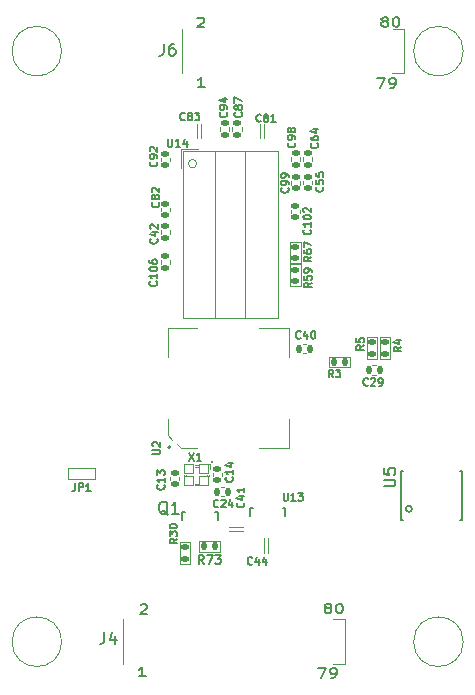
<source format=gbr>
G04 #@! TF.GenerationSoftware,KiCad,Pcbnew,9.0.1*
G04 #@! TF.CreationDate,2025-06-03T13:31:56-07:00*
G04 #@! TF.ProjectId,mp153-devboard,6d703135-332d-4646-9576-626f6172642e,rev?*
G04 #@! TF.SameCoordinates,PXb487a00PY650eff0*
G04 #@! TF.FileFunction,Legend,Top*
G04 #@! TF.FilePolarity,Positive*
%FSLAX46Y46*%
G04 Gerber Fmt 4.6, Leading zero omitted, Abs format (unit mm)*
G04 Created by KiCad (PCBNEW 9.0.1) date 2025-06-03 13:31:56*
%MOMM*%
%LPD*%
G01*
G04 APERTURE LIST*
G04 Aperture macros list*
%AMRoundRect*
0 Rectangle with rounded corners*
0 $1 Rounding radius*
0 $2 $3 $4 $5 $6 $7 $8 $9 X,Y pos of 4 corners*
0 Add a 4 corners polygon primitive as box body*
4,1,4,$2,$3,$4,$5,$6,$7,$8,$9,$2,$3,0*
0 Add four circle primitives for the rounded corners*
1,1,$1+$1,$2,$3*
1,1,$1+$1,$4,$5*
1,1,$1+$1,$6,$7*
1,1,$1+$1,$8,$9*
0 Add four rect primitives between the rounded corners*
20,1,$1+$1,$2,$3,$4,$5,0*
20,1,$1+$1,$4,$5,$6,$7,0*
20,1,$1+$1,$6,$7,$8,$9,0*
20,1,$1+$1,$8,$9,$2,$3,0*%
G04 Aperture macros list end*
%ADD10C,0.150000*%
%ADD11C,0.149860*%
%ADD12C,0.100000*%
%ADD13C,0.120000*%
%ADD14C,0.200000*%
%ADD15RoundRect,0.147500X0.172500X-0.147500X0.172500X0.147500X-0.172500X0.147500X-0.172500X-0.147500X0*%
%ADD16RoundRect,0.147500X-0.172500X0.147500X-0.172500X-0.147500X0.172500X-0.147500X0.172500X0.147500X0*%
%ADD17R,0.160000X0.500000*%
%ADD18R,0.500000X0.500000*%
%ADD19R,1.000000X1.000000*%
%ADD20C,3.000000*%
%ADD21C,0.230000*%
%ADD22RoundRect,0.050000X0.400000X0.350000X-0.400000X0.350000X-0.400000X-0.350000X0.400000X-0.350000X0*%
%ADD23RoundRect,0.147500X-0.147500X-0.172500X0.147500X-0.172500X0.147500X0.172500X-0.147500X0.172500X0*%
%ADD24RoundRect,0.147500X0.147500X0.172500X-0.147500X0.172500X-0.147500X-0.172500X0.147500X-0.172500X0*%
%ADD25R,0.200000X0.890000*%
%ADD26R,0.350000X0.890000*%
%ADD27R,0.800100X0.800100*%
%ADD28C,0.500000*%
%ADD29R,0.600000X2.000000*%
%ADD30O,1.550000X0.890000*%
%ADD31O,0.950000X1.250000*%
%ADD32R,1.700000X1.700000*%
%ADD33O,1.700000X1.700000*%
G04 APERTURE END LIST*
D10*
X17461388Y50353305D02*
X16889960Y50353305D01*
X17175674Y50353305D02*
X17175674Y51153305D01*
X17175674Y51153305D02*
X17080436Y51039020D01*
X17080436Y51039020D02*
X16985198Y50962829D01*
X16985198Y50962829D02*
X16889960Y50924734D01*
X32082341Y51063305D02*
X32749007Y51063305D01*
X32749007Y51063305D02*
X32320436Y50263305D01*
X33177579Y50263305D02*
X33368055Y50263305D01*
X33368055Y50263305D02*
X33463293Y50301400D01*
X33463293Y50301400D02*
X33510912Y50339496D01*
X33510912Y50339496D02*
X33606150Y50453781D01*
X33606150Y50453781D02*
X33653769Y50606162D01*
X33653769Y50606162D02*
X33653769Y50910924D01*
X33653769Y50910924D02*
X33606150Y50987115D01*
X33606150Y50987115D02*
X33558531Y51025210D01*
X33558531Y51025210D02*
X33463293Y51063305D01*
X33463293Y51063305D02*
X33272817Y51063305D01*
X33272817Y51063305D02*
X33177579Y51025210D01*
X33177579Y51025210D02*
X33129960Y50987115D01*
X33129960Y50987115D02*
X33082341Y50910924D01*
X33082341Y50910924D02*
X33082341Y50720448D01*
X33082341Y50720448D02*
X33129960Y50644258D01*
X33129960Y50644258D02*
X33177579Y50606162D01*
X33177579Y50606162D02*
X33272817Y50568067D01*
X33272817Y50568067D02*
X33463293Y50568067D01*
X33463293Y50568067D02*
X33558531Y50606162D01*
X33558531Y50606162D02*
X33606150Y50644258D01*
X33606150Y50644258D02*
X33653769Y50720448D01*
X27082341Y1123305D02*
X27749007Y1123305D01*
X27749007Y1123305D02*
X27320436Y323305D01*
X28177579Y323305D02*
X28368055Y323305D01*
X28368055Y323305D02*
X28463293Y361400D01*
X28463293Y361400D02*
X28510912Y399496D01*
X28510912Y399496D02*
X28606150Y513781D01*
X28606150Y513781D02*
X28653769Y666162D01*
X28653769Y666162D02*
X28653769Y970924D01*
X28653769Y970924D02*
X28606150Y1047115D01*
X28606150Y1047115D02*
X28558531Y1085210D01*
X28558531Y1085210D02*
X28463293Y1123305D01*
X28463293Y1123305D02*
X28272817Y1123305D01*
X28272817Y1123305D02*
X28177579Y1085210D01*
X28177579Y1085210D02*
X28129960Y1047115D01*
X28129960Y1047115D02*
X28082341Y970924D01*
X28082341Y970924D02*
X28082341Y780448D01*
X28082341Y780448D02*
X28129960Y704258D01*
X28129960Y704258D02*
X28177579Y666162D01*
X28177579Y666162D02*
X28272817Y628067D01*
X28272817Y628067D02*
X28463293Y628067D01*
X28463293Y628067D02*
X28558531Y666162D01*
X28558531Y666162D02*
X28606150Y704258D01*
X28606150Y704258D02*
X28653769Y780448D01*
X12461388Y413305D02*
X11889960Y413305D01*
X12175674Y413305D02*
X12175674Y1213305D01*
X12175674Y1213305D02*
X12080436Y1099020D01*
X12080436Y1099020D02*
X11985198Y1022829D01*
X11985198Y1022829D02*
X11889960Y984734D01*
X16839960Y56127115D02*
X16887579Y56165210D01*
X16887579Y56165210D02*
X16982817Y56203305D01*
X16982817Y56203305D02*
X17220912Y56203305D01*
X17220912Y56203305D02*
X17316150Y56165210D01*
X17316150Y56165210D02*
X17363769Y56127115D01*
X17363769Y56127115D02*
X17411388Y56050924D01*
X17411388Y56050924D02*
X17411388Y55974734D01*
X17411388Y55974734D02*
X17363769Y55860448D01*
X17363769Y55860448D02*
X16792341Y55403305D01*
X16792341Y55403305D02*
X17411388Y55403305D01*
X32620436Y55890448D02*
X32525198Y55928543D01*
X32525198Y55928543D02*
X32477579Y55966639D01*
X32477579Y55966639D02*
X32429960Y56042829D01*
X32429960Y56042829D02*
X32429960Y56080924D01*
X32429960Y56080924D02*
X32477579Y56157115D01*
X32477579Y56157115D02*
X32525198Y56195210D01*
X32525198Y56195210D02*
X32620436Y56233305D01*
X32620436Y56233305D02*
X32810912Y56233305D01*
X32810912Y56233305D02*
X32906150Y56195210D01*
X32906150Y56195210D02*
X32953769Y56157115D01*
X32953769Y56157115D02*
X33001388Y56080924D01*
X33001388Y56080924D02*
X33001388Y56042829D01*
X33001388Y56042829D02*
X32953769Y55966639D01*
X32953769Y55966639D02*
X32906150Y55928543D01*
X32906150Y55928543D02*
X32810912Y55890448D01*
X32810912Y55890448D02*
X32620436Y55890448D01*
X32620436Y55890448D02*
X32525198Y55852353D01*
X32525198Y55852353D02*
X32477579Y55814258D01*
X32477579Y55814258D02*
X32429960Y55738067D01*
X32429960Y55738067D02*
X32429960Y55585686D01*
X32429960Y55585686D02*
X32477579Y55509496D01*
X32477579Y55509496D02*
X32525198Y55471400D01*
X32525198Y55471400D02*
X32620436Y55433305D01*
X32620436Y55433305D02*
X32810912Y55433305D01*
X32810912Y55433305D02*
X32906150Y55471400D01*
X32906150Y55471400D02*
X32953769Y55509496D01*
X32953769Y55509496D02*
X33001388Y55585686D01*
X33001388Y55585686D02*
X33001388Y55738067D01*
X33001388Y55738067D02*
X32953769Y55814258D01*
X32953769Y55814258D02*
X32906150Y55852353D01*
X32906150Y55852353D02*
X32810912Y55890448D01*
X33620436Y56233305D02*
X33715674Y56233305D01*
X33715674Y56233305D02*
X33810912Y56195210D01*
X33810912Y56195210D02*
X33858531Y56157115D01*
X33858531Y56157115D02*
X33906150Y56080924D01*
X33906150Y56080924D02*
X33953769Y55928543D01*
X33953769Y55928543D02*
X33953769Y55738067D01*
X33953769Y55738067D02*
X33906150Y55585686D01*
X33906150Y55585686D02*
X33858531Y55509496D01*
X33858531Y55509496D02*
X33810912Y55471400D01*
X33810912Y55471400D02*
X33715674Y55433305D01*
X33715674Y55433305D02*
X33620436Y55433305D01*
X33620436Y55433305D02*
X33525198Y55471400D01*
X33525198Y55471400D02*
X33477579Y55509496D01*
X33477579Y55509496D02*
X33429960Y55585686D01*
X33429960Y55585686D02*
X33382341Y55738067D01*
X33382341Y55738067D02*
X33382341Y55928543D01*
X33382341Y55928543D02*
X33429960Y56080924D01*
X33429960Y56080924D02*
X33477579Y56157115D01*
X33477579Y56157115D02*
X33525198Y56195210D01*
X33525198Y56195210D02*
X33620436Y56233305D01*
X12029960Y6467115D02*
X12077579Y6505210D01*
X12077579Y6505210D02*
X12172817Y6543305D01*
X12172817Y6543305D02*
X12410912Y6543305D01*
X12410912Y6543305D02*
X12506150Y6505210D01*
X12506150Y6505210D02*
X12553769Y6467115D01*
X12553769Y6467115D02*
X12601388Y6390924D01*
X12601388Y6390924D02*
X12601388Y6314734D01*
X12601388Y6314734D02*
X12553769Y6200448D01*
X12553769Y6200448D02*
X11982341Y5743305D01*
X11982341Y5743305D02*
X12601388Y5743305D01*
X27810436Y6230448D02*
X27715198Y6268543D01*
X27715198Y6268543D02*
X27667579Y6306639D01*
X27667579Y6306639D02*
X27619960Y6382829D01*
X27619960Y6382829D02*
X27619960Y6420924D01*
X27619960Y6420924D02*
X27667579Y6497115D01*
X27667579Y6497115D02*
X27715198Y6535210D01*
X27715198Y6535210D02*
X27810436Y6573305D01*
X27810436Y6573305D02*
X28000912Y6573305D01*
X28000912Y6573305D02*
X28096150Y6535210D01*
X28096150Y6535210D02*
X28143769Y6497115D01*
X28143769Y6497115D02*
X28191388Y6420924D01*
X28191388Y6420924D02*
X28191388Y6382829D01*
X28191388Y6382829D02*
X28143769Y6306639D01*
X28143769Y6306639D02*
X28096150Y6268543D01*
X28096150Y6268543D02*
X28000912Y6230448D01*
X28000912Y6230448D02*
X27810436Y6230448D01*
X27810436Y6230448D02*
X27715198Y6192353D01*
X27715198Y6192353D02*
X27667579Y6154258D01*
X27667579Y6154258D02*
X27619960Y6078067D01*
X27619960Y6078067D02*
X27619960Y5925686D01*
X27619960Y5925686D02*
X27667579Y5849496D01*
X27667579Y5849496D02*
X27715198Y5811400D01*
X27715198Y5811400D02*
X27810436Y5773305D01*
X27810436Y5773305D02*
X28000912Y5773305D01*
X28000912Y5773305D02*
X28096150Y5811400D01*
X28096150Y5811400D02*
X28143769Y5849496D01*
X28143769Y5849496D02*
X28191388Y5925686D01*
X28191388Y5925686D02*
X28191388Y6078067D01*
X28191388Y6078067D02*
X28143769Y6154258D01*
X28143769Y6154258D02*
X28096150Y6192353D01*
X28096150Y6192353D02*
X28000912Y6230448D01*
X28810436Y6573305D02*
X28905674Y6573305D01*
X28905674Y6573305D02*
X29000912Y6535210D01*
X29000912Y6535210D02*
X29048531Y6497115D01*
X29048531Y6497115D02*
X29096150Y6420924D01*
X29096150Y6420924D02*
X29143769Y6268543D01*
X29143769Y6268543D02*
X29143769Y6078067D01*
X29143769Y6078067D02*
X29096150Y5925686D01*
X29096150Y5925686D02*
X29048531Y5849496D01*
X29048531Y5849496D02*
X29000912Y5811400D01*
X29000912Y5811400D02*
X28905674Y5773305D01*
X28905674Y5773305D02*
X28810436Y5773305D01*
X28810436Y5773305D02*
X28715198Y5811400D01*
X28715198Y5811400D02*
X28667579Y5849496D01*
X28667579Y5849496D02*
X28619960Y5925686D01*
X28619960Y5925686D02*
X28572341Y6078067D01*
X28572341Y6078067D02*
X28572341Y6268543D01*
X28572341Y6268543D02*
X28619960Y6420924D01*
X28619960Y6420924D02*
X28667579Y6497115D01*
X28667579Y6497115D02*
X28715198Y6535210D01*
X28715198Y6535210D02*
X28810436Y6573305D01*
D11*
X13411800Y37459753D02*
X13442752Y37428801D01*
X13442752Y37428801D02*
X13473703Y37335946D01*
X13473703Y37335946D02*
X13473703Y37274042D01*
X13473703Y37274042D02*
X13442752Y37181187D01*
X13442752Y37181187D02*
X13380848Y37119284D01*
X13380848Y37119284D02*
X13318945Y37088332D01*
X13318945Y37088332D02*
X13195138Y37057380D01*
X13195138Y37057380D02*
X13102283Y37057380D01*
X13102283Y37057380D02*
X12978476Y37088332D01*
X12978476Y37088332D02*
X12916572Y37119284D01*
X12916572Y37119284D02*
X12854669Y37181187D01*
X12854669Y37181187D02*
X12823717Y37274042D01*
X12823717Y37274042D02*
X12823717Y37335946D01*
X12823717Y37335946D02*
X12854669Y37428801D01*
X12854669Y37428801D02*
X12885621Y37459753D01*
X13040379Y38016883D02*
X13473703Y38016883D01*
X12792766Y37862125D02*
X13257041Y37707366D01*
X13257041Y37707366D02*
X13257041Y38109739D01*
X12885621Y38326400D02*
X12854669Y38357352D01*
X12854669Y38357352D02*
X12823717Y38419255D01*
X12823717Y38419255D02*
X12823717Y38574014D01*
X12823717Y38574014D02*
X12854669Y38635917D01*
X12854669Y38635917D02*
X12885621Y38666869D01*
X12885621Y38666869D02*
X12947524Y38697821D01*
X12947524Y38697821D02*
X13009428Y38697821D01*
X13009428Y38697821D02*
X13102283Y38666869D01*
X13102283Y38666869D02*
X13473703Y38295449D01*
X13473703Y38295449D02*
X13473703Y38697821D01*
X34113703Y28329270D02*
X33804186Y28112608D01*
X34113703Y27957849D02*
X33463717Y27957849D01*
X33463717Y27957849D02*
X33463717Y28205463D01*
X33463717Y28205463D02*
X33494669Y28267366D01*
X33494669Y28267366D02*
X33525621Y28298318D01*
X33525621Y28298318D02*
X33587524Y28329270D01*
X33587524Y28329270D02*
X33680379Y28329270D01*
X33680379Y28329270D02*
X33742283Y28298318D01*
X33742283Y28298318D02*
X33773234Y28267366D01*
X33773234Y28267366D02*
X33804186Y28205463D01*
X33804186Y28205463D02*
X33804186Y27957849D01*
X33680379Y28886400D02*
X34113703Y28886400D01*
X33432766Y28731642D02*
X33897041Y28576883D01*
X33897041Y28576883D02*
X33897041Y28979256D01*
X25071800Y45619753D02*
X25102752Y45588801D01*
X25102752Y45588801D02*
X25133703Y45495946D01*
X25133703Y45495946D02*
X25133703Y45434042D01*
X25133703Y45434042D02*
X25102752Y45341187D01*
X25102752Y45341187D02*
X25040848Y45279284D01*
X25040848Y45279284D02*
X24978945Y45248332D01*
X24978945Y45248332D02*
X24855138Y45217380D01*
X24855138Y45217380D02*
X24762283Y45217380D01*
X24762283Y45217380D02*
X24638476Y45248332D01*
X24638476Y45248332D02*
X24576572Y45279284D01*
X24576572Y45279284D02*
X24514669Y45341187D01*
X24514669Y45341187D02*
X24483717Y45434042D01*
X24483717Y45434042D02*
X24483717Y45495946D01*
X24483717Y45495946D02*
X24514669Y45588801D01*
X24514669Y45588801D02*
X24545621Y45619753D01*
X25133703Y45929270D02*
X25133703Y46053077D01*
X25133703Y46053077D02*
X25102752Y46114980D01*
X25102752Y46114980D02*
X25071800Y46145932D01*
X25071800Y46145932D02*
X24978945Y46207835D01*
X24978945Y46207835D02*
X24855138Y46238787D01*
X24855138Y46238787D02*
X24607524Y46238787D01*
X24607524Y46238787D02*
X24545621Y46207835D01*
X24545621Y46207835D02*
X24514669Y46176883D01*
X24514669Y46176883D02*
X24483717Y46114980D01*
X24483717Y46114980D02*
X24483717Y45991173D01*
X24483717Y45991173D02*
X24514669Y45929270D01*
X24514669Y45929270D02*
X24545621Y45898318D01*
X24545621Y45898318D02*
X24607524Y45867366D01*
X24607524Y45867366D02*
X24762283Y45867366D01*
X24762283Y45867366D02*
X24824186Y45898318D01*
X24824186Y45898318D02*
X24855138Y45929270D01*
X24855138Y45929270D02*
X24886090Y45991173D01*
X24886090Y45991173D02*
X24886090Y46114980D01*
X24886090Y46114980D02*
X24855138Y46176883D01*
X24855138Y46176883D02*
X24824186Y46207835D01*
X24824186Y46207835D02*
X24762283Y46238787D01*
X24762283Y46610207D02*
X24731331Y46548304D01*
X24731331Y46548304D02*
X24700379Y46517352D01*
X24700379Y46517352D02*
X24638476Y46486400D01*
X24638476Y46486400D02*
X24607524Y46486400D01*
X24607524Y46486400D02*
X24545621Y46517352D01*
X24545621Y46517352D02*
X24514669Y46548304D01*
X24514669Y46548304D02*
X24483717Y46610207D01*
X24483717Y46610207D02*
X24483717Y46734014D01*
X24483717Y46734014D02*
X24514669Y46795917D01*
X24514669Y46795917D02*
X24545621Y46826869D01*
X24545621Y46826869D02*
X24607524Y46857821D01*
X24607524Y46857821D02*
X24638476Y46857821D01*
X24638476Y46857821D02*
X24700379Y46826869D01*
X24700379Y46826869D02*
X24731331Y46795917D01*
X24731331Y46795917D02*
X24762283Y46734014D01*
X24762283Y46734014D02*
X24762283Y46610207D01*
X24762283Y46610207D02*
X24793234Y46548304D01*
X24793234Y46548304D02*
X24824186Y46517352D01*
X24824186Y46517352D02*
X24886090Y46486400D01*
X24886090Y46486400D02*
X25009896Y46486400D01*
X25009896Y46486400D02*
X25071800Y46517352D01*
X25071800Y46517352D02*
X25102752Y46548304D01*
X25102752Y46548304D02*
X25133703Y46610207D01*
X25133703Y46610207D02*
X25133703Y46734014D01*
X25133703Y46734014D02*
X25102752Y46795917D01*
X25102752Y46795917D02*
X25071800Y46826869D01*
X25071800Y46826869D02*
X25009896Y46857821D01*
X25009896Y46857821D02*
X24886090Y46857821D01*
X24886090Y46857821D02*
X24824186Y46826869D01*
X24824186Y46826869D02*
X24793234Y46795917D01*
X24793234Y46795917D02*
X24762283Y46734014D01*
D10*
X6509133Y16764698D02*
X6509133Y16300412D01*
X6509133Y16300412D02*
X6478180Y16207555D01*
X6478180Y16207555D02*
X6416276Y16145650D01*
X6416276Y16145650D02*
X6323418Y16114698D01*
X6323418Y16114698D02*
X6261514Y16114698D01*
X6818656Y16114698D02*
X6818656Y16764698D01*
X6818656Y16764698D02*
X7066275Y16764698D01*
X7066275Y16764698D02*
X7128180Y16733746D01*
X7128180Y16733746D02*
X7159133Y16702793D01*
X7159133Y16702793D02*
X7190085Y16640889D01*
X7190085Y16640889D02*
X7190085Y16548031D01*
X7190085Y16548031D02*
X7159133Y16486127D01*
X7159133Y16486127D02*
X7128180Y16455174D01*
X7128180Y16455174D02*
X7066275Y16424222D01*
X7066275Y16424222D02*
X6818656Y16424222D01*
X7809133Y16114698D02*
X7437704Y16114698D01*
X7623418Y16114698D02*
X7623418Y16764698D01*
X7623418Y16764698D02*
X7561514Y16671841D01*
X7561514Y16671841D02*
X7499609Y16609936D01*
X7499609Y16609936D02*
X7437704Y16578984D01*
D11*
X26493703Y35952974D02*
X26184186Y35736312D01*
X26493703Y35581553D02*
X25843717Y35581553D01*
X25843717Y35581553D02*
X25843717Y35829167D01*
X25843717Y35829167D02*
X25874669Y35891070D01*
X25874669Y35891070D02*
X25905621Y35922022D01*
X25905621Y35922022D02*
X25967524Y35952974D01*
X25967524Y35952974D02*
X26060379Y35952974D01*
X26060379Y35952974D02*
X26122283Y35922022D01*
X26122283Y35922022D02*
X26153234Y35891070D01*
X26153234Y35891070D02*
X26184186Y35829167D01*
X26184186Y35829167D02*
X26184186Y35581553D01*
X25843717Y36510104D02*
X25843717Y36386298D01*
X25843717Y36386298D02*
X25874669Y36324394D01*
X25874669Y36324394D02*
X25905621Y36293442D01*
X25905621Y36293442D02*
X25998476Y36231539D01*
X25998476Y36231539D02*
X26122283Y36200587D01*
X26122283Y36200587D02*
X26369896Y36200587D01*
X26369896Y36200587D02*
X26431800Y36231539D01*
X26431800Y36231539D02*
X26462752Y36262491D01*
X26462752Y36262491D02*
X26493703Y36324394D01*
X26493703Y36324394D02*
X26493703Y36448201D01*
X26493703Y36448201D02*
X26462752Y36510104D01*
X26462752Y36510104D02*
X26431800Y36541056D01*
X26431800Y36541056D02*
X26369896Y36572008D01*
X26369896Y36572008D02*
X26215138Y36572008D01*
X26215138Y36572008D02*
X26153234Y36541056D01*
X26153234Y36541056D02*
X26122283Y36510104D01*
X26122283Y36510104D02*
X26091331Y36448201D01*
X26091331Y36448201D02*
X26091331Y36324394D01*
X26091331Y36324394D02*
X26122283Y36262491D01*
X26122283Y36262491D02*
X26153234Y36231539D01*
X26153234Y36231539D02*
X26215138Y36200587D01*
X25843717Y36788670D02*
X25843717Y37221994D01*
X25843717Y37221994D02*
X26493703Y36943428D01*
X22222952Y47436600D02*
X22192000Y47405648D01*
X22192000Y47405648D02*
X22099145Y47374697D01*
X22099145Y47374697D02*
X22037241Y47374697D01*
X22037241Y47374697D02*
X21944386Y47405648D01*
X21944386Y47405648D02*
X21882483Y47467552D01*
X21882483Y47467552D02*
X21851531Y47529455D01*
X21851531Y47529455D02*
X21820579Y47653262D01*
X21820579Y47653262D02*
X21820579Y47746117D01*
X21820579Y47746117D02*
X21851531Y47869924D01*
X21851531Y47869924D02*
X21882483Y47931828D01*
X21882483Y47931828D02*
X21944386Y47993731D01*
X21944386Y47993731D02*
X22037241Y48024683D01*
X22037241Y48024683D02*
X22099145Y48024683D01*
X22099145Y48024683D02*
X22192000Y47993731D01*
X22192000Y47993731D02*
X22222952Y47962779D01*
X22594372Y47746117D02*
X22532469Y47777069D01*
X22532469Y47777069D02*
X22501517Y47808021D01*
X22501517Y47808021D02*
X22470565Y47869924D01*
X22470565Y47869924D02*
X22470565Y47900876D01*
X22470565Y47900876D02*
X22501517Y47962779D01*
X22501517Y47962779D02*
X22532469Y47993731D01*
X22532469Y47993731D02*
X22594372Y48024683D01*
X22594372Y48024683D02*
X22718179Y48024683D01*
X22718179Y48024683D02*
X22780083Y47993731D01*
X22780083Y47993731D02*
X22811034Y47962779D01*
X22811034Y47962779D02*
X22841986Y47900876D01*
X22841986Y47900876D02*
X22841986Y47869924D01*
X22841986Y47869924D02*
X22811034Y47808021D01*
X22811034Y47808021D02*
X22780083Y47777069D01*
X22780083Y47777069D02*
X22718179Y47746117D01*
X22718179Y47746117D02*
X22594372Y47746117D01*
X22594372Y47746117D02*
X22532469Y47715166D01*
X22532469Y47715166D02*
X22501517Y47684214D01*
X22501517Y47684214D02*
X22470565Y47622310D01*
X22470565Y47622310D02*
X22470565Y47498504D01*
X22470565Y47498504D02*
X22501517Y47436600D01*
X22501517Y47436600D02*
X22532469Y47405648D01*
X22532469Y47405648D02*
X22594372Y47374697D01*
X22594372Y47374697D02*
X22718179Y47374697D01*
X22718179Y47374697D02*
X22780083Y47405648D01*
X22780083Y47405648D02*
X22811034Y47436600D01*
X22811034Y47436600D02*
X22841986Y47498504D01*
X22841986Y47498504D02*
X22841986Y47622310D01*
X22841986Y47622310D02*
X22811034Y47684214D01*
X22811034Y47684214D02*
X22780083Y47715166D01*
X22780083Y47715166D02*
X22718179Y47746117D01*
X23461020Y47374697D02*
X23089599Y47374697D01*
X23275310Y47374697D02*
X23275310Y48024683D01*
X23275310Y48024683D02*
X23213406Y47931828D01*
X23213406Y47931828D02*
X23151503Y47869924D01*
X23151503Y47869924D02*
X23089599Y47838972D01*
X14018800Y16632753D02*
X14049752Y16601801D01*
X14049752Y16601801D02*
X14080703Y16508946D01*
X14080703Y16508946D02*
X14080703Y16447042D01*
X14080703Y16447042D02*
X14049752Y16354187D01*
X14049752Y16354187D02*
X13987848Y16292284D01*
X13987848Y16292284D02*
X13925945Y16261332D01*
X13925945Y16261332D02*
X13802138Y16230380D01*
X13802138Y16230380D02*
X13709283Y16230380D01*
X13709283Y16230380D02*
X13585476Y16261332D01*
X13585476Y16261332D02*
X13523572Y16292284D01*
X13523572Y16292284D02*
X13461669Y16354187D01*
X13461669Y16354187D02*
X13430717Y16447042D01*
X13430717Y16447042D02*
X13430717Y16508946D01*
X13430717Y16508946D02*
X13461669Y16601801D01*
X13461669Y16601801D02*
X13492621Y16632753D01*
X14080703Y17251787D02*
X14080703Y16880366D01*
X14080703Y17066077D02*
X13430717Y17066077D01*
X13430717Y17066077D02*
X13523572Y17004173D01*
X13523572Y17004173D02*
X13585476Y16942270D01*
X13585476Y16942270D02*
X13616428Y16880366D01*
X13430717Y17468449D02*
X13430717Y17870821D01*
X13430717Y17870821D02*
X13678331Y17654159D01*
X13678331Y17654159D02*
X13678331Y17747014D01*
X13678331Y17747014D02*
X13709283Y17808917D01*
X13709283Y17808917D02*
X13740234Y17839869D01*
X13740234Y17839869D02*
X13802138Y17870821D01*
X13802138Y17870821D02*
X13956896Y17870821D01*
X13956896Y17870821D02*
X14018800Y17839869D01*
X14018800Y17839869D02*
X14049752Y17808917D01*
X14049752Y17808917D02*
X14080703Y17747014D01*
X14080703Y17747014D02*
X14080703Y17561304D01*
X14080703Y17561304D02*
X14049752Y17499400D01*
X14049752Y17499400D02*
X14018800Y17468449D01*
X27011800Y45559753D02*
X27042752Y45528801D01*
X27042752Y45528801D02*
X27073703Y45435946D01*
X27073703Y45435946D02*
X27073703Y45374042D01*
X27073703Y45374042D02*
X27042752Y45281187D01*
X27042752Y45281187D02*
X26980848Y45219284D01*
X26980848Y45219284D02*
X26918945Y45188332D01*
X26918945Y45188332D02*
X26795138Y45157380D01*
X26795138Y45157380D02*
X26702283Y45157380D01*
X26702283Y45157380D02*
X26578476Y45188332D01*
X26578476Y45188332D02*
X26516572Y45219284D01*
X26516572Y45219284D02*
X26454669Y45281187D01*
X26454669Y45281187D02*
X26423717Y45374042D01*
X26423717Y45374042D02*
X26423717Y45435946D01*
X26423717Y45435946D02*
X26454669Y45528801D01*
X26454669Y45528801D02*
X26485621Y45559753D01*
X26423717Y46116883D02*
X26423717Y45993077D01*
X26423717Y45993077D02*
X26454669Y45931173D01*
X26454669Y45931173D02*
X26485621Y45900221D01*
X26485621Y45900221D02*
X26578476Y45838318D01*
X26578476Y45838318D02*
X26702283Y45807366D01*
X26702283Y45807366D02*
X26949896Y45807366D01*
X26949896Y45807366D02*
X27011800Y45838318D01*
X27011800Y45838318D02*
X27042752Y45869270D01*
X27042752Y45869270D02*
X27073703Y45931173D01*
X27073703Y45931173D02*
X27073703Y46054980D01*
X27073703Y46054980D02*
X27042752Y46116883D01*
X27042752Y46116883D02*
X27011800Y46147835D01*
X27011800Y46147835D02*
X26949896Y46178787D01*
X26949896Y46178787D02*
X26795138Y46178787D01*
X26795138Y46178787D02*
X26733234Y46147835D01*
X26733234Y46147835D02*
X26702283Y46116883D01*
X26702283Y46116883D02*
X26671331Y46054980D01*
X26671331Y46054980D02*
X26671331Y45931173D01*
X26671331Y45931173D02*
X26702283Y45869270D01*
X26702283Y45869270D02*
X26733234Y45838318D01*
X26733234Y45838318D02*
X26795138Y45807366D01*
X26640379Y46735917D02*
X27073703Y46735917D01*
X26392766Y46581159D02*
X26857041Y46426400D01*
X26857041Y46426400D02*
X26857041Y46828773D01*
X27451800Y41849753D02*
X27482752Y41818801D01*
X27482752Y41818801D02*
X27513703Y41725946D01*
X27513703Y41725946D02*
X27513703Y41664042D01*
X27513703Y41664042D02*
X27482752Y41571187D01*
X27482752Y41571187D02*
X27420848Y41509284D01*
X27420848Y41509284D02*
X27358945Y41478332D01*
X27358945Y41478332D02*
X27235138Y41447380D01*
X27235138Y41447380D02*
X27142283Y41447380D01*
X27142283Y41447380D02*
X27018476Y41478332D01*
X27018476Y41478332D02*
X26956572Y41509284D01*
X26956572Y41509284D02*
X26894669Y41571187D01*
X26894669Y41571187D02*
X26863717Y41664042D01*
X26863717Y41664042D02*
X26863717Y41725946D01*
X26863717Y41725946D02*
X26894669Y41818801D01*
X26894669Y41818801D02*
X26925621Y41849753D01*
X26863717Y42437835D02*
X26863717Y42128318D01*
X26863717Y42128318D02*
X27173234Y42097366D01*
X27173234Y42097366D02*
X27142283Y42128318D01*
X27142283Y42128318D02*
X27111331Y42190221D01*
X27111331Y42190221D02*
X27111331Y42344980D01*
X27111331Y42344980D02*
X27142283Y42406883D01*
X27142283Y42406883D02*
X27173234Y42437835D01*
X27173234Y42437835D02*
X27235138Y42468787D01*
X27235138Y42468787D02*
X27389896Y42468787D01*
X27389896Y42468787D02*
X27451800Y42437835D01*
X27451800Y42437835D02*
X27482752Y42406883D01*
X27482752Y42406883D02*
X27513703Y42344980D01*
X27513703Y42344980D02*
X27513703Y42190221D01*
X27513703Y42190221D02*
X27482752Y42128318D01*
X27482752Y42128318D02*
X27451800Y42097366D01*
X26863717Y43056869D02*
X26863717Y42747352D01*
X26863717Y42747352D02*
X27173234Y42716400D01*
X27173234Y42716400D02*
X27142283Y42747352D01*
X27142283Y42747352D02*
X27111331Y42809255D01*
X27111331Y42809255D02*
X27111331Y42964014D01*
X27111331Y42964014D02*
X27142283Y43025917D01*
X27142283Y43025917D02*
X27173234Y43056869D01*
X27173234Y43056869D02*
X27235138Y43087821D01*
X27235138Y43087821D02*
X27389896Y43087821D01*
X27389896Y43087821D02*
X27451800Y43056869D01*
X27451800Y43056869D02*
X27482752Y43025917D01*
X27482752Y43025917D02*
X27513703Y42964014D01*
X27513703Y42964014D02*
X27513703Y42809255D01*
X27513703Y42809255D02*
X27482752Y42747352D01*
X27482752Y42747352D02*
X27451800Y42716400D01*
X13025437Y19235854D02*
X13551616Y19235854D01*
X13551616Y19235854D02*
X13613520Y19266806D01*
X13613520Y19266806D02*
X13644472Y19297757D01*
X13644472Y19297757D02*
X13675423Y19359661D01*
X13675423Y19359661D02*
X13675423Y19483468D01*
X13675423Y19483468D02*
X13644472Y19545371D01*
X13644472Y19545371D02*
X13613520Y19576323D01*
X13613520Y19576323D02*
X13551616Y19607275D01*
X13551616Y19607275D02*
X13025437Y19607275D01*
X13087341Y19885840D02*
X13056389Y19916792D01*
X13056389Y19916792D02*
X13025437Y19978695D01*
X13025437Y19978695D02*
X13025437Y20133454D01*
X13025437Y20133454D02*
X13056389Y20195357D01*
X13056389Y20195357D02*
X13087341Y20226309D01*
X13087341Y20226309D02*
X13149244Y20257261D01*
X13149244Y20257261D02*
X13211148Y20257261D01*
X13211148Y20257261D02*
X13304003Y20226309D01*
X13304003Y20226309D02*
X13675423Y19854889D01*
X13675423Y19854889D02*
X13675423Y20257261D01*
X15772952Y47571600D02*
X15742000Y47540648D01*
X15742000Y47540648D02*
X15649145Y47509697D01*
X15649145Y47509697D02*
X15587241Y47509697D01*
X15587241Y47509697D02*
X15494386Y47540648D01*
X15494386Y47540648D02*
X15432483Y47602552D01*
X15432483Y47602552D02*
X15401531Y47664455D01*
X15401531Y47664455D02*
X15370579Y47788262D01*
X15370579Y47788262D02*
X15370579Y47881117D01*
X15370579Y47881117D02*
X15401531Y48004924D01*
X15401531Y48004924D02*
X15432483Y48066828D01*
X15432483Y48066828D02*
X15494386Y48128731D01*
X15494386Y48128731D02*
X15587241Y48159683D01*
X15587241Y48159683D02*
X15649145Y48159683D01*
X15649145Y48159683D02*
X15742000Y48128731D01*
X15742000Y48128731D02*
X15772952Y48097779D01*
X16144372Y47881117D02*
X16082469Y47912069D01*
X16082469Y47912069D02*
X16051517Y47943021D01*
X16051517Y47943021D02*
X16020565Y48004924D01*
X16020565Y48004924D02*
X16020565Y48035876D01*
X16020565Y48035876D02*
X16051517Y48097779D01*
X16051517Y48097779D02*
X16082469Y48128731D01*
X16082469Y48128731D02*
X16144372Y48159683D01*
X16144372Y48159683D02*
X16268179Y48159683D01*
X16268179Y48159683D02*
X16330083Y48128731D01*
X16330083Y48128731D02*
X16361034Y48097779D01*
X16361034Y48097779D02*
X16391986Y48035876D01*
X16391986Y48035876D02*
X16391986Y48004924D01*
X16391986Y48004924D02*
X16361034Y47943021D01*
X16361034Y47943021D02*
X16330083Y47912069D01*
X16330083Y47912069D02*
X16268179Y47881117D01*
X16268179Y47881117D02*
X16144372Y47881117D01*
X16144372Y47881117D02*
X16082469Y47850166D01*
X16082469Y47850166D02*
X16051517Y47819214D01*
X16051517Y47819214D02*
X16020565Y47757310D01*
X16020565Y47757310D02*
X16020565Y47633504D01*
X16020565Y47633504D02*
X16051517Y47571600D01*
X16051517Y47571600D02*
X16082469Y47540648D01*
X16082469Y47540648D02*
X16144372Y47509697D01*
X16144372Y47509697D02*
X16268179Y47509697D01*
X16268179Y47509697D02*
X16330083Y47540648D01*
X16330083Y47540648D02*
X16361034Y47571600D01*
X16361034Y47571600D02*
X16391986Y47633504D01*
X16391986Y47633504D02*
X16391986Y47757310D01*
X16391986Y47757310D02*
X16361034Y47819214D01*
X16361034Y47819214D02*
X16330083Y47850166D01*
X16330083Y47850166D02*
X16268179Y47881117D01*
X16608648Y48159683D02*
X17011020Y48159683D01*
X17011020Y48159683D02*
X16794358Y47912069D01*
X16794358Y47912069D02*
X16887213Y47912069D01*
X16887213Y47912069D02*
X16949117Y47881117D01*
X16949117Y47881117D02*
X16980068Y47850166D01*
X16980068Y47850166D02*
X17011020Y47788262D01*
X17011020Y47788262D02*
X17011020Y47633504D01*
X17011020Y47633504D02*
X16980068Y47571600D01*
X16980068Y47571600D02*
X16949117Y47540648D01*
X16949117Y47540648D02*
X16887213Y47509697D01*
X16887213Y47509697D02*
X16701503Y47509697D01*
X16701503Y47509697D02*
X16639599Y47540648D01*
X16639599Y47540648D02*
X16608648Y47571600D01*
X16132247Y19314925D02*
X16565571Y18664939D01*
X16565571Y19314925D02*
X16132247Y18664939D01*
X17153653Y18664939D02*
X16782232Y18664939D01*
X16967943Y18664939D02*
X16967943Y19314925D01*
X16967943Y19314925D02*
X16906039Y19222070D01*
X16906039Y19222070D02*
X16844136Y19160166D01*
X16844136Y19160166D02*
X16782232Y19129214D01*
X18613332Y14789340D02*
X18582380Y14758388D01*
X18582380Y14758388D02*
X18489525Y14727437D01*
X18489525Y14727437D02*
X18427621Y14727437D01*
X18427621Y14727437D02*
X18334766Y14758388D01*
X18334766Y14758388D02*
X18272863Y14820292D01*
X18272863Y14820292D02*
X18241911Y14882195D01*
X18241911Y14882195D02*
X18210959Y15006002D01*
X18210959Y15006002D02*
X18210959Y15098857D01*
X18210959Y15098857D02*
X18241911Y15222664D01*
X18241911Y15222664D02*
X18272863Y15284568D01*
X18272863Y15284568D02*
X18334766Y15346471D01*
X18334766Y15346471D02*
X18427621Y15377423D01*
X18427621Y15377423D02*
X18489525Y15377423D01*
X18489525Y15377423D02*
X18582380Y15346471D01*
X18582380Y15346471D02*
X18613332Y15315519D01*
X18860945Y15315519D02*
X18891897Y15346471D01*
X18891897Y15346471D02*
X18953801Y15377423D01*
X18953801Y15377423D02*
X19108559Y15377423D01*
X19108559Y15377423D02*
X19170463Y15346471D01*
X19170463Y15346471D02*
X19201414Y15315519D01*
X19201414Y15315519D02*
X19232366Y15253616D01*
X19232366Y15253616D02*
X19232366Y15191712D01*
X19232366Y15191712D02*
X19201414Y15098857D01*
X19201414Y15098857D02*
X18829994Y14727437D01*
X18829994Y14727437D02*
X19232366Y14727437D01*
X19789497Y15160761D02*
X19789497Y14727437D01*
X19634738Y15408374D02*
X19479979Y14944099D01*
X19479979Y14944099D02*
X19882352Y14944099D01*
D10*
X17378656Y9928436D02*
X17128656Y10285579D01*
X16950085Y9928436D02*
X16950085Y10678436D01*
X16950085Y10678436D02*
X17235799Y10678436D01*
X17235799Y10678436D02*
X17307228Y10642722D01*
X17307228Y10642722D02*
X17342942Y10607008D01*
X17342942Y10607008D02*
X17378656Y10535579D01*
X17378656Y10535579D02*
X17378656Y10428436D01*
X17378656Y10428436D02*
X17342942Y10357008D01*
X17342942Y10357008D02*
X17307228Y10321293D01*
X17307228Y10321293D02*
X17235799Y10285579D01*
X17235799Y10285579D02*
X16950085Y10285579D01*
X17628656Y10678436D02*
X18128656Y10678436D01*
X18128656Y10678436D02*
X17807228Y9928436D01*
X18342942Y10678436D02*
X18807228Y10678436D01*
X18807228Y10678436D02*
X18557228Y10392722D01*
X18557228Y10392722D02*
X18664371Y10392722D01*
X18664371Y10392722D02*
X18735800Y10357008D01*
X18735800Y10357008D02*
X18771514Y10321293D01*
X18771514Y10321293D02*
X18807228Y10249865D01*
X18807228Y10249865D02*
X18807228Y10071293D01*
X18807228Y10071293D02*
X18771514Y9999865D01*
X18771514Y9999865D02*
X18735800Y9964150D01*
X18735800Y9964150D02*
X18664371Y9928436D01*
X18664371Y9928436D02*
X18450085Y9928436D01*
X18450085Y9928436D02*
X18378657Y9964150D01*
X18378657Y9964150D02*
X18342942Y9999865D01*
D11*
X28332469Y25754697D02*
X28115807Y26064214D01*
X27961048Y25754697D02*
X27961048Y26404683D01*
X27961048Y26404683D02*
X28208662Y26404683D01*
X28208662Y26404683D02*
X28270565Y26373731D01*
X28270565Y26373731D02*
X28301517Y26342779D01*
X28301517Y26342779D02*
X28332469Y26280876D01*
X28332469Y26280876D02*
X28332469Y26188021D01*
X28332469Y26188021D02*
X28301517Y26126117D01*
X28301517Y26126117D02*
X28270565Y26095166D01*
X28270565Y26095166D02*
X28208662Y26064214D01*
X28208662Y26064214D02*
X27961048Y26064214D01*
X28549131Y26404683D02*
X28951503Y26404683D01*
X28951503Y26404683D02*
X28734841Y26157069D01*
X28734841Y26157069D02*
X28827696Y26157069D01*
X28827696Y26157069D02*
X28889600Y26126117D01*
X28889600Y26126117D02*
X28920551Y26095166D01*
X28920551Y26095166D02*
X28951503Y26033262D01*
X28951503Y26033262D02*
X28951503Y25878504D01*
X28951503Y25878504D02*
X28920551Y25816600D01*
X28920551Y25816600D02*
X28889600Y25785648D01*
X28889600Y25785648D02*
X28827696Y25754697D01*
X28827696Y25754697D02*
X28641986Y25754697D01*
X28641986Y25754697D02*
X28580082Y25785648D01*
X28580082Y25785648D02*
X28549131Y25816600D01*
D10*
X8977466Y4162781D02*
X8977466Y3448496D01*
X8977466Y3448496D02*
X8929847Y3305639D01*
X8929847Y3305639D02*
X8834609Y3210400D01*
X8834609Y3210400D02*
X8691752Y3162781D01*
X8691752Y3162781D02*
X8596514Y3162781D01*
X9882228Y3829448D02*
X9882228Y3162781D01*
X9644133Y4210400D02*
X9406038Y3496115D01*
X9406038Y3496115D02*
X10025085Y3496115D01*
D11*
X15133703Y12079753D02*
X14824186Y11863091D01*
X15133703Y11708332D02*
X14483717Y11708332D01*
X14483717Y11708332D02*
X14483717Y11955946D01*
X14483717Y11955946D02*
X14514669Y12017849D01*
X14514669Y12017849D02*
X14545621Y12048801D01*
X14545621Y12048801D02*
X14607524Y12079753D01*
X14607524Y12079753D02*
X14700379Y12079753D01*
X14700379Y12079753D02*
X14762283Y12048801D01*
X14762283Y12048801D02*
X14793234Y12017849D01*
X14793234Y12017849D02*
X14824186Y11955946D01*
X14824186Y11955946D02*
X14824186Y11708332D01*
X14483717Y12296415D02*
X14483717Y12698787D01*
X14483717Y12698787D02*
X14731331Y12482125D01*
X14731331Y12482125D02*
X14731331Y12574980D01*
X14731331Y12574980D02*
X14762283Y12636883D01*
X14762283Y12636883D02*
X14793234Y12667835D01*
X14793234Y12667835D02*
X14855138Y12698787D01*
X14855138Y12698787D02*
X15009896Y12698787D01*
X15009896Y12698787D02*
X15071800Y12667835D01*
X15071800Y12667835D02*
X15102752Y12636883D01*
X15102752Y12636883D02*
X15133703Y12574980D01*
X15133703Y12574980D02*
X15133703Y12389270D01*
X15133703Y12389270D02*
X15102752Y12327366D01*
X15102752Y12327366D02*
X15071800Y12296415D01*
X14483717Y13101159D02*
X14483717Y13163062D01*
X14483717Y13163062D02*
X14514669Y13224966D01*
X14514669Y13224966D02*
X14545621Y13255917D01*
X14545621Y13255917D02*
X14607524Y13286869D01*
X14607524Y13286869D02*
X14731331Y13317821D01*
X14731331Y13317821D02*
X14886090Y13317821D01*
X14886090Y13317821D02*
X15009896Y13286869D01*
X15009896Y13286869D02*
X15071800Y13255917D01*
X15071800Y13255917D02*
X15102752Y13224966D01*
X15102752Y13224966D02*
X15133703Y13163062D01*
X15133703Y13163062D02*
X15133703Y13101159D01*
X15133703Y13101159D02*
X15102752Y13039255D01*
X15102752Y13039255D02*
X15071800Y13008304D01*
X15071800Y13008304D02*
X15009896Y12977352D01*
X15009896Y12977352D02*
X14886090Y12946400D01*
X14886090Y12946400D02*
X14731331Y12946400D01*
X14731331Y12946400D02*
X14607524Y12977352D01*
X14607524Y12977352D02*
X14545621Y13008304D01*
X14545621Y13008304D02*
X14514669Y13039255D01*
X14514669Y13039255D02*
X14483717Y13101159D01*
X26391800Y38253457D02*
X26422752Y38222505D01*
X26422752Y38222505D02*
X26453703Y38129650D01*
X26453703Y38129650D02*
X26453703Y38067746D01*
X26453703Y38067746D02*
X26422752Y37974891D01*
X26422752Y37974891D02*
X26360848Y37912988D01*
X26360848Y37912988D02*
X26298945Y37882036D01*
X26298945Y37882036D02*
X26175138Y37851084D01*
X26175138Y37851084D02*
X26082283Y37851084D01*
X26082283Y37851084D02*
X25958476Y37882036D01*
X25958476Y37882036D02*
X25896572Y37912988D01*
X25896572Y37912988D02*
X25834669Y37974891D01*
X25834669Y37974891D02*
X25803717Y38067746D01*
X25803717Y38067746D02*
X25803717Y38129650D01*
X25803717Y38129650D02*
X25834669Y38222505D01*
X25834669Y38222505D02*
X25865621Y38253457D01*
X26453703Y38872491D02*
X26453703Y38501070D01*
X26453703Y38686781D02*
X25803717Y38686781D01*
X25803717Y38686781D02*
X25896572Y38624877D01*
X25896572Y38624877D02*
X25958476Y38562974D01*
X25958476Y38562974D02*
X25989428Y38501070D01*
X25803717Y39274863D02*
X25803717Y39336766D01*
X25803717Y39336766D02*
X25834669Y39398670D01*
X25834669Y39398670D02*
X25865621Y39429621D01*
X25865621Y39429621D02*
X25927524Y39460573D01*
X25927524Y39460573D02*
X26051331Y39491525D01*
X26051331Y39491525D02*
X26206090Y39491525D01*
X26206090Y39491525D02*
X26329896Y39460573D01*
X26329896Y39460573D02*
X26391800Y39429621D01*
X26391800Y39429621D02*
X26422752Y39398670D01*
X26422752Y39398670D02*
X26453703Y39336766D01*
X26453703Y39336766D02*
X26453703Y39274863D01*
X26453703Y39274863D02*
X26422752Y39212959D01*
X26422752Y39212959D02*
X26391800Y39182008D01*
X26391800Y39182008D02*
X26329896Y39151056D01*
X26329896Y39151056D02*
X26206090Y39120104D01*
X26206090Y39120104D02*
X26051331Y39120104D01*
X26051331Y39120104D02*
X25927524Y39151056D01*
X25927524Y39151056D02*
X25865621Y39182008D01*
X25865621Y39182008D02*
X25834669Y39212959D01*
X25834669Y39212959D02*
X25803717Y39274863D01*
X25865621Y39739138D02*
X25834669Y39770090D01*
X25834669Y39770090D02*
X25803717Y39831993D01*
X25803717Y39831993D02*
X25803717Y39986752D01*
X25803717Y39986752D02*
X25834669Y40048655D01*
X25834669Y40048655D02*
X25865621Y40079607D01*
X25865621Y40079607D02*
X25927524Y40110559D01*
X25927524Y40110559D02*
X25989428Y40110559D01*
X25989428Y40110559D02*
X26082283Y40079607D01*
X26082283Y40079607D02*
X26453703Y39708187D01*
X26453703Y39708187D02*
X26453703Y40110559D01*
X19311800Y48169753D02*
X19342752Y48138801D01*
X19342752Y48138801D02*
X19373703Y48045946D01*
X19373703Y48045946D02*
X19373703Y47984042D01*
X19373703Y47984042D02*
X19342752Y47891187D01*
X19342752Y47891187D02*
X19280848Y47829284D01*
X19280848Y47829284D02*
X19218945Y47798332D01*
X19218945Y47798332D02*
X19095138Y47767380D01*
X19095138Y47767380D02*
X19002283Y47767380D01*
X19002283Y47767380D02*
X18878476Y47798332D01*
X18878476Y47798332D02*
X18816572Y47829284D01*
X18816572Y47829284D02*
X18754669Y47891187D01*
X18754669Y47891187D02*
X18723717Y47984042D01*
X18723717Y47984042D02*
X18723717Y48045946D01*
X18723717Y48045946D02*
X18754669Y48138801D01*
X18754669Y48138801D02*
X18785621Y48169753D01*
X19373703Y48479270D02*
X19373703Y48603077D01*
X19373703Y48603077D02*
X19342752Y48664980D01*
X19342752Y48664980D02*
X19311800Y48695932D01*
X19311800Y48695932D02*
X19218945Y48757835D01*
X19218945Y48757835D02*
X19095138Y48788787D01*
X19095138Y48788787D02*
X18847524Y48788787D01*
X18847524Y48788787D02*
X18785621Y48757835D01*
X18785621Y48757835D02*
X18754669Y48726883D01*
X18754669Y48726883D02*
X18723717Y48664980D01*
X18723717Y48664980D02*
X18723717Y48541173D01*
X18723717Y48541173D02*
X18754669Y48479270D01*
X18754669Y48479270D02*
X18785621Y48448318D01*
X18785621Y48448318D02*
X18847524Y48417366D01*
X18847524Y48417366D02*
X19002283Y48417366D01*
X19002283Y48417366D02*
X19064186Y48448318D01*
X19064186Y48448318D02*
X19095138Y48479270D01*
X19095138Y48479270D02*
X19126090Y48541173D01*
X19126090Y48541173D02*
X19126090Y48664980D01*
X19126090Y48664980D02*
X19095138Y48726883D01*
X19095138Y48726883D02*
X19064186Y48757835D01*
X19064186Y48757835D02*
X19002283Y48788787D01*
X18940379Y49345917D02*
X19373703Y49345917D01*
X18692766Y49191159D02*
X19157041Y49036400D01*
X19157041Y49036400D02*
X19157041Y49438773D01*
X30953703Y28469270D02*
X30644186Y28252608D01*
X30953703Y28097849D02*
X30303717Y28097849D01*
X30303717Y28097849D02*
X30303717Y28345463D01*
X30303717Y28345463D02*
X30334669Y28407366D01*
X30334669Y28407366D02*
X30365621Y28438318D01*
X30365621Y28438318D02*
X30427524Y28469270D01*
X30427524Y28469270D02*
X30520379Y28469270D01*
X30520379Y28469270D02*
X30582283Y28438318D01*
X30582283Y28438318D02*
X30613234Y28407366D01*
X30613234Y28407366D02*
X30644186Y28345463D01*
X30644186Y28345463D02*
X30644186Y28097849D01*
X30303717Y29057352D02*
X30303717Y28747835D01*
X30303717Y28747835D02*
X30613234Y28716883D01*
X30613234Y28716883D02*
X30582283Y28747835D01*
X30582283Y28747835D02*
X30551331Y28809738D01*
X30551331Y28809738D02*
X30551331Y28964497D01*
X30551331Y28964497D02*
X30582283Y29026400D01*
X30582283Y29026400D02*
X30613234Y29057352D01*
X30613234Y29057352D02*
X30675138Y29088304D01*
X30675138Y29088304D02*
X30829896Y29088304D01*
X30829896Y29088304D02*
X30891800Y29057352D01*
X30891800Y29057352D02*
X30922752Y29026400D01*
X30922752Y29026400D02*
X30953703Y28964497D01*
X30953703Y28964497D02*
X30953703Y28809738D01*
X30953703Y28809738D02*
X30922752Y28747835D01*
X30922752Y28747835D02*
X30891800Y28716883D01*
X19811800Y17289753D02*
X19842752Y17258801D01*
X19842752Y17258801D02*
X19873703Y17165946D01*
X19873703Y17165946D02*
X19873703Y17104042D01*
X19873703Y17104042D02*
X19842752Y17011187D01*
X19842752Y17011187D02*
X19780848Y16949284D01*
X19780848Y16949284D02*
X19718945Y16918332D01*
X19718945Y16918332D02*
X19595138Y16887380D01*
X19595138Y16887380D02*
X19502283Y16887380D01*
X19502283Y16887380D02*
X19378476Y16918332D01*
X19378476Y16918332D02*
X19316572Y16949284D01*
X19316572Y16949284D02*
X19254669Y17011187D01*
X19254669Y17011187D02*
X19223717Y17104042D01*
X19223717Y17104042D02*
X19223717Y17165946D01*
X19223717Y17165946D02*
X19254669Y17258801D01*
X19254669Y17258801D02*
X19285621Y17289753D01*
X19873703Y17908787D02*
X19873703Y17537366D01*
X19873703Y17723077D02*
X19223717Y17723077D01*
X19223717Y17723077D02*
X19316572Y17661173D01*
X19316572Y17661173D02*
X19378476Y17599270D01*
X19378476Y17599270D02*
X19409428Y17537366D01*
X19440379Y18465917D02*
X19873703Y18465917D01*
X19192766Y18311159D02*
X19657041Y18156400D01*
X19657041Y18156400D02*
X19657041Y18558773D01*
X24136055Y15934683D02*
X24136055Y15408504D01*
X24136055Y15408504D02*
X24167007Y15346600D01*
X24167007Y15346600D02*
X24197959Y15315648D01*
X24197959Y15315648D02*
X24259862Y15284697D01*
X24259862Y15284697D02*
X24383669Y15284697D01*
X24383669Y15284697D02*
X24445572Y15315648D01*
X24445572Y15315648D02*
X24476524Y15346600D01*
X24476524Y15346600D02*
X24507476Y15408504D01*
X24507476Y15408504D02*
X24507476Y15934683D01*
X25157462Y15284697D02*
X24786041Y15284697D01*
X24971752Y15284697D02*
X24971752Y15934683D01*
X24971752Y15934683D02*
X24909848Y15841828D01*
X24909848Y15841828D02*
X24847945Y15779924D01*
X24847945Y15779924D02*
X24786041Y15748972D01*
X25374124Y15934683D02*
X25776496Y15934683D01*
X25776496Y15934683D02*
X25559834Y15687069D01*
X25559834Y15687069D02*
X25652689Y15687069D01*
X25652689Y15687069D02*
X25714593Y15656117D01*
X25714593Y15656117D02*
X25745544Y15625166D01*
X25745544Y15625166D02*
X25776496Y15563262D01*
X25776496Y15563262D02*
X25776496Y15408504D01*
X25776496Y15408504D02*
X25745544Y15346600D01*
X25745544Y15346600D02*
X25714593Y15315648D01*
X25714593Y15315648D02*
X25652689Y15284697D01*
X25652689Y15284697D02*
X25466979Y15284697D01*
X25466979Y15284697D02*
X25405075Y15315648D01*
X25405075Y15315648D02*
X25374124Y15346600D01*
X14349277Y45930826D02*
X14349277Y45404647D01*
X14349277Y45404647D02*
X14380229Y45342743D01*
X14380229Y45342743D02*
X14411181Y45311791D01*
X14411181Y45311791D02*
X14473084Y45280840D01*
X14473084Y45280840D02*
X14596891Y45280840D01*
X14596891Y45280840D02*
X14658794Y45311791D01*
X14658794Y45311791D02*
X14689746Y45342743D01*
X14689746Y45342743D02*
X14720698Y45404647D01*
X14720698Y45404647D02*
X14720698Y45930826D01*
X15370684Y45280840D02*
X14999263Y45280840D01*
X15184974Y45280840D02*
X15184974Y45930826D01*
X15184974Y45930826D02*
X15123070Y45837971D01*
X15123070Y45837971D02*
X15061167Y45776067D01*
X15061167Y45776067D02*
X14999263Y45745115D01*
X15927815Y45714164D02*
X15927815Y45280840D01*
X15773056Y45961777D02*
X15618297Y45497502D01*
X15618297Y45497502D02*
X16020670Y45497502D01*
X25589672Y29080401D02*
X25558720Y29049449D01*
X25558720Y29049449D02*
X25465865Y29018498D01*
X25465865Y29018498D02*
X25403961Y29018498D01*
X25403961Y29018498D02*
X25311106Y29049449D01*
X25311106Y29049449D02*
X25249203Y29111353D01*
X25249203Y29111353D02*
X25218251Y29173256D01*
X25218251Y29173256D02*
X25187299Y29297063D01*
X25187299Y29297063D02*
X25187299Y29389918D01*
X25187299Y29389918D02*
X25218251Y29513725D01*
X25218251Y29513725D02*
X25249203Y29575629D01*
X25249203Y29575629D02*
X25311106Y29637532D01*
X25311106Y29637532D02*
X25403961Y29668484D01*
X25403961Y29668484D02*
X25465865Y29668484D01*
X25465865Y29668484D02*
X25558720Y29637532D01*
X25558720Y29637532D02*
X25589672Y29606580D01*
X26146803Y29451822D02*
X26146803Y29018498D01*
X25992044Y29699435D02*
X25837285Y29235160D01*
X25837285Y29235160D02*
X26239658Y29235160D01*
X26611078Y29668484D02*
X26672981Y29668484D01*
X26672981Y29668484D02*
X26734885Y29637532D01*
X26734885Y29637532D02*
X26765837Y29606580D01*
X26765837Y29606580D02*
X26796788Y29544677D01*
X26796788Y29544677D02*
X26827740Y29420870D01*
X26827740Y29420870D02*
X26827740Y29266111D01*
X26827740Y29266111D02*
X26796788Y29142305D01*
X26796788Y29142305D02*
X26765837Y29080401D01*
X26765837Y29080401D02*
X26734885Y29049449D01*
X26734885Y29049449D02*
X26672981Y29018498D01*
X26672981Y29018498D02*
X26611078Y29018498D01*
X26611078Y29018498D02*
X26549175Y29049449D01*
X26549175Y29049449D02*
X26518223Y29080401D01*
X26518223Y29080401D02*
X26487271Y29142305D01*
X26487271Y29142305D02*
X26456319Y29266111D01*
X26456319Y29266111D02*
X26456319Y29420870D01*
X26456319Y29420870D02*
X26487271Y29544677D01*
X26487271Y29544677D02*
X26518223Y29606580D01*
X26518223Y29606580D02*
X26549175Y29637532D01*
X26549175Y29637532D02*
X26611078Y29668484D01*
X31302952Y25086600D02*
X31272000Y25055648D01*
X31272000Y25055648D02*
X31179145Y25024697D01*
X31179145Y25024697D02*
X31117241Y25024697D01*
X31117241Y25024697D02*
X31024386Y25055648D01*
X31024386Y25055648D02*
X30962483Y25117552D01*
X30962483Y25117552D02*
X30931531Y25179455D01*
X30931531Y25179455D02*
X30900579Y25303262D01*
X30900579Y25303262D02*
X30900579Y25396117D01*
X30900579Y25396117D02*
X30931531Y25519924D01*
X30931531Y25519924D02*
X30962483Y25581828D01*
X30962483Y25581828D02*
X31024386Y25643731D01*
X31024386Y25643731D02*
X31117241Y25674683D01*
X31117241Y25674683D02*
X31179145Y25674683D01*
X31179145Y25674683D02*
X31272000Y25643731D01*
X31272000Y25643731D02*
X31302952Y25612779D01*
X31550565Y25612779D02*
X31581517Y25643731D01*
X31581517Y25643731D02*
X31643421Y25674683D01*
X31643421Y25674683D02*
X31798179Y25674683D01*
X31798179Y25674683D02*
X31860083Y25643731D01*
X31860083Y25643731D02*
X31891034Y25612779D01*
X31891034Y25612779D02*
X31921986Y25550876D01*
X31921986Y25550876D02*
X31921986Y25488972D01*
X31921986Y25488972D02*
X31891034Y25396117D01*
X31891034Y25396117D02*
X31519614Y25024697D01*
X31519614Y25024697D02*
X31921986Y25024697D01*
X32231503Y25024697D02*
X32355310Y25024697D01*
X32355310Y25024697D02*
X32417213Y25055648D01*
X32417213Y25055648D02*
X32448165Y25086600D01*
X32448165Y25086600D02*
X32510068Y25179455D01*
X32510068Y25179455D02*
X32541020Y25303262D01*
X32541020Y25303262D02*
X32541020Y25550876D01*
X32541020Y25550876D02*
X32510068Y25612779D01*
X32510068Y25612779D02*
X32479117Y25643731D01*
X32479117Y25643731D02*
X32417213Y25674683D01*
X32417213Y25674683D02*
X32293406Y25674683D01*
X32293406Y25674683D02*
X32231503Y25643731D01*
X32231503Y25643731D02*
X32200551Y25612779D01*
X32200551Y25612779D02*
X32169599Y25550876D01*
X32169599Y25550876D02*
X32169599Y25396117D01*
X32169599Y25396117D02*
X32200551Y25334214D01*
X32200551Y25334214D02*
X32231503Y25303262D01*
X32231503Y25303262D02*
X32293406Y25272310D01*
X32293406Y25272310D02*
X32417213Y25272310D01*
X32417213Y25272310D02*
X32479117Y25303262D01*
X32479117Y25303262D02*
X32510068Y25334214D01*
X32510068Y25334214D02*
X32541020Y25396117D01*
X13561800Y40559753D02*
X13592752Y40528801D01*
X13592752Y40528801D02*
X13623703Y40435946D01*
X13623703Y40435946D02*
X13623703Y40374042D01*
X13623703Y40374042D02*
X13592752Y40281187D01*
X13592752Y40281187D02*
X13530848Y40219284D01*
X13530848Y40219284D02*
X13468945Y40188332D01*
X13468945Y40188332D02*
X13345138Y40157380D01*
X13345138Y40157380D02*
X13252283Y40157380D01*
X13252283Y40157380D02*
X13128476Y40188332D01*
X13128476Y40188332D02*
X13066572Y40219284D01*
X13066572Y40219284D02*
X13004669Y40281187D01*
X13004669Y40281187D02*
X12973717Y40374042D01*
X12973717Y40374042D02*
X12973717Y40435946D01*
X12973717Y40435946D02*
X13004669Y40528801D01*
X13004669Y40528801D02*
X13035621Y40559753D01*
X13252283Y40931173D02*
X13221331Y40869270D01*
X13221331Y40869270D02*
X13190379Y40838318D01*
X13190379Y40838318D02*
X13128476Y40807366D01*
X13128476Y40807366D02*
X13097524Y40807366D01*
X13097524Y40807366D02*
X13035621Y40838318D01*
X13035621Y40838318D02*
X13004669Y40869270D01*
X13004669Y40869270D02*
X12973717Y40931173D01*
X12973717Y40931173D02*
X12973717Y41054980D01*
X12973717Y41054980D02*
X13004669Y41116883D01*
X13004669Y41116883D02*
X13035621Y41147835D01*
X13035621Y41147835D02*
X13097524Y41178787D01*
X13097524Y41178787D02*
X13128476Y41178787D01*
X13128476Y41178787D02*
X13190379Y41147835D01*
X13190379Y41147835D02*
X13221331Y41116883D01*
X13221331Y41116883D02*
X13252283Y41054980D01*
X13252283Y41054980D02*
X13252283Y40931173D01*
X13252283Y40931173D02*
X13283234Y40869270D01*
X13283234Y40869270D02*
X13314186Y40838318D01*
X13314186Y40838318D02*
X13376090Y40807366D01*
X13376090Y40807366D02*
X13499896Y40807366D01*
X13499896Y40807366D02*
X13561800Y40838318D01*
X13561800Y40838318D02*
X13592752Y40869270D01*
X13592752Y40869270D02*
X13623703Y40931173D01*
X13623703Y40931173D02*
X13623703Y41054980D01*
X13623703Y41054980D02*
X13592752Y41116883D01*
X13592752Y41116883D02*
X13561800Y41147835D01*
X13561800Y41147835D02*
X13499896Y41178787D01*
X13499896Y41178787D02*
X13376090Y41178787D01*
X13376090Y41178787D02*
X13314186Y41147835D01*
X13314186Y41147835D02*
X13283234Y41116883D01*
X13283234Y41116883D02*
X13252283Y41054980D01*
X13035621Y41426400D02*
X13004669Y41457352D01*
X13004669Y41457352D02*
X12973717Y41519255D01*
X12973717Y41519255D02*
X12973717Y41674014D01*
X12973717Y41674014D02*
X13004669Y41735917D01*
X13004669Y41735917D02*
X13035621Y41766869D01*
X13035621Y41766869D02*
X13097524Y41797821D01*
X13097524Y41797821D02*
X13159428Y41797821D01*
X13159428Y41797821D02*
X13252283Y41766869D01*
X13252283Y41766869D02*
X13623703Y41395449D01*
X13623703Y41395449D02*
X13623703Y41797821D01*
X24511800Y41779753D02*
X24542752Y41748801D01*
X24542752Y41748801D02*
X24573703Y41655946D01*
X24573703Y41655946D02*
X24573703Y41594042D01*
X24573703Y41594042D02*
X24542752Y41501187D01*
X24542752Y41501187D02*
X24480848Y41439284D01*
X24480848Y41439284D02*
X24418945Y41408332D01*
X24418945Y41408332D02*
X24295138Y41377380D01*
X24295138Y41377380D02*
X24202283Y41377380D01*
X24202283Y41377380D02*
X24078476Y41408332D01*
X24078476Y41408332D02*
X24016572Y41439284D01*
X24016572Y41439284D02*
X23954669Y41501187D01*
X23954669Y41501187D02*
X23923717Y41594042D01*
X23923717Y41594042D02*
X23923717Y41655946D01*
X23923717Y41655946D02*
X23954669Y41748801D01*
X23954669Y41748801D02*
X23985621Y41779753D01*
X24573703Y42089270D02*
X24573703Y42213077D01*
X24573703Y42213077D02*
X24542752Y42274980D01*
X24542752Y42274980D02*
X24511800Y42305932D01*
X24511800Y42305932D02*
X24418945Y42367835D01*
X24418945Y42367835D02*
X24295138Y42398787D01*
X24295138Y42398787D02*
X24047524Y42398787D01*
X24047524Y42398787D02*
X23985621Y42367835D01*
X23985621Y42367835D02*
X23954669Y42336883D01*
X23954669Y42336883D02*
X23923717Y42274980D01*
X23923717Y42274980D02*
X23923717Y42151173D01*
X23923717Y42151173D02*
X23954669Y42089270D01*
X23954669Y42089270D02*
X23985621Y42058318D01*
X23985621Y42058318D02*
X24047524Y42027366D01*
X24047524Y42027366D02*
X24202283Y42027366D01*
X24202283Y42027366D02*
X24264186Y42058318D01*
X24264186Y42058318D02*
X24295138Y42089270D01*
X24295138Y42089270D02*
X24326090Y42151173D01*
X24326090Y42151173D02*
X24326090Y42274980D01*
X24326090Y42274980D02*
X24295138Y42336883D01*
X24295138Y42336883D02*
X24264186Y42367835D01*
X24264186Y42367835D02*
X24202283Y42398787D01*
X24573703Y42708304D02*
X24573703Y42832111D01*
X24573703Y42832111D02*
X24542752Y42894014D01*
X24542752Y42894014D02*
X24511800Y42924966D01*
X24511800Y42924966D02*
X24418945Y42986869D01*
X24418945Y42986869D02*
X24295138Y43017821D01*
X24295138Y43017821D02*
X24047524Y43017821D01*
X24047524Y43017821D02*
X23985621Y42986869D01*
X23985621Y42986869D02*
X23954669Y42955917D01*
X23954669Y42955917D02*
X23923717Y42894014D01*
X23923717Y42894014D02*
X23923717Y42770207D01*
X23923717Y42770207D02*
X23954669Y42708304D01*
X23954669Y42708304D02*
X23985621Y42677352D01*
X23985621Y42677352D02*
X24047524Y42646400D01*
X24047524Y42646400D02*
X24202283Y42646400D01*
X24202283Y42646400D02*
X24264186Y42677352D01*
X24264186Y42677352D02*
X24295138Y42708304D01*
X24295138Y42708304D02*
X24326090Y42770207D01*
X24326090Y42770207D02*
X24326090Y42894014D01*
X24326090Y42894014D02*
X24295138Y42955917D01*
X24295138Y42955917D02*
X24264186Y42986869D01*
X24264186Y42986869D02*
X24202283Y43017821D01*
X20571800Y48169753D02*
X20602752Y48138801D01*
X20602752Y48138801D02*
X20633703Y48045946D01*
X20633703Y48045946D02*
X20633703Y47984042D01*
X20633703Y47984042D02*
X20602752Y47891187D01*
X20602752Y47891187D02*
X20540848Y47829284D01*
X20540848Y47829284D02*
X20478945Y47798332D01*
X20478945Y47798332D02*
X20355138Y47767380D01*
X20355138Y47767380D02*
X20262283Y47767380D01*
X20262283Y47767380D02*
X20138476Y47798332D01*
X20138476Y47798332D02*
X20076572Y47829284D01*
X20076572Y47829284D02*
X20014669Y47891187D01*
X20014669Y47891187D02*
X19983717Y47984042D01*
X19983717Y47984042D02*
X19983717Y48045946D01*
X19983717Y48045946D02*
X20014669Y48138801D01*
X20014669Y48138801D02*
X20045621Y48169753D01*
X20262283Y48541173D02*
X20231331Y48479270D01*
X20231331Y48479270D02*
X20200379Y48448318D01*
X20200379Y48448318D02*
X20138476Y48417366D01*
X20138476Y48417366D02*
X20107524Y48417366D01*
X20107524Y48417366D02*
X20045621Y48448318D01*
X20045621Y48448318D02*
X20014669Y48479270D01*
X20014669Y48479270D02*
X19983717Y48541173D01*
X19983717Y48541173D02*
X19983717Y48664980D01*
X19983717Y48664980D02*
X20014669Y48726883D01*
X20014669Y48726883D02*
X20045621Y48757835D01*
X20045621Y48757835D02*
X20107524Y48788787D01*
X20107524Y48788787D02*
X20138476Y48788787D01*
X20138476Y48788787D02*
X20200379Y48757835D01*
X20200379Y48757835D02*
X20231331Y48726883D01*
X20231331Y48726883D02*
X20262283Y48664980D01*
X20262283Y48664980D02*
X20262283Y48541173D01*
X20262283Y48541173D02*
X20293234Y48479270D01*
X20293234Y48479270D02*
X20324186Y48448318D01*
X20324186Y48448318D02*
X20386090Y48417366D01*
X20386090Y48417366D02*
X20509896Y48417366D01*
X20509896Y48417366D02*
X20571800Y48448318D01*
X20571800Y48448318D02*
X20602752Y48479270D01*
X20602752Y48479270D02*
X20633703Y48541173D01*
X20633703Y48541173D02*
X20633703Y48664980D01*
X20633703Y48664980D02*
X20602752Y48726883D01*
X20602752Y48726883D02*
X20571800Y48757835D01*
X20571800Y48757835D02*
X20509896Y48788787D01*
X20509896Y48788787D02*
X20386090Y48788787D01*
X20386090Y48788787D02*
X20324186Y48757835D01*
X20324186Y48757835D02*
X20293234Y48726883D01*
X20293234Y48726883D02*
X20262283Y48664980D01*
X19983717Y49005449D02*
X19983717Y49438773D01*
X19983717Y49438773D02*
X20633703Y49160207D01*
D10*
X14345561Y14117543D02*
X14250323Y14165162D01*
X14250323Y14165162D02*
X14155085Y14260400D01*
X14155085Y14260400D02*
X14012228Y14403258D01*
X14012228Y14403258D02*
X13916990Y14450877D01*
X13916990Y14450877D02*
X13821752Y14450877D01*
X13869371Y14212781D02*
X13774133Y14260400D01*
X13774133Y14260400D02*
X13678895Y14355639D01*
X13678895Y14355639D02*
X13631276Y14546115D01*
X13631276Y14546115D02*
X13631276Y14879448D01*
X13631276Y14879448D02*
X13678895Y15069924D01*
X13678895Y15069924D02*
X13774133Y15165162D01*
X13774133Y15165162D02*
X13869371Y15212781D01*
X13869371Y15212781D02*
X14059847Y15212781D01*
X14059847Y15212781D02*
X14155085Y15165162D01*
X14155085Y15165162D02*
X14250323Y15069924D01*
X14250323Y15069924D02*
X14297942Y14879448D01*
X14297942Y14879448D02*
X14297942Y14546115D01*
X14297942Y14546115D02*
X14250323Y14355639D01*
X14250323Y14355639D02*
X14155085Y14260400D01*
X14155085Y14260400D02*
X14059847Y14212781D01*
X14059847Y14212781D02*
X13869371Y14212781D01*
X15250323Y14212781D02*
X14678895Y14212781D01*
X14964609Y14212781D02*
X14964609Y15212781D01*
X14964609Y15212781D02*
X14869371Y15069924D01*
X14869371Y15069924D02*
X14774133Y14974686D01*
X14774133Y14974686D02*
X14678895Y14927067D01*
D11*
X13397287Y43995874D02*
X13428239Y43964922D01*
X13428239Y43964922D02*
X13459190Y43872067D01*
X13459190Y43872067D02*
X13459190Y43810163D01*
X13459190Y43810163D02*
X13428239Y43717308D01*
X13428239Y43717308D02*
X13366335Y43655405D01*
X13366335Y43655405D02*
X13304432Y43624453D01*
X13304432Y43624453D02*
X13180625Y43593501D01*
X13180625Y43593501D02*
X13087770Y43593501D01*
X13087770Y43593501D02*
X12963963Y43624453D01*
X12963963Y43624453D02*
X12902059Y43655405D01*
X12902059Y43655405D02*
X12840156Y43717308D01*
X12840156Y43717308D02*
X12809204Y43810163D01*
X12809204Y43810163D02*
X12809204Y43872067D01*
X12809204Y43872067D02*
X12840156Y43964922D01*
X12840156Y43964922D02*
X12871108Y43995874D01*
X13459190Y44305391D02*
X13459190Y44429198D01*
X13459190Y44429198D02*
X13428239Y44491101D01*
X13428239Y44491101D02*
X13397287Y44522053D01*
X13397287Y44522053D02*
X13304432Y44583956D01*
X13304432Y44583956D02*
X13180625Y44614908D01*
X13180625Y44614908D02*
X12933011Y44614908D01*
X12933011Y44614908D02*
X12871108Y44583956D01*
X12871108Y44583956D02*
X12840156Y44553004D01*
X12840156Y44553004D02*
X12809204Y44491101D01*
X12809204Y44491101D02*
X12809204Y44367294D01*
X12809204Y44367294D02*
X12840156Y44305391D01*
X12840156Y44305391D02*
X12871108Y44274439D01*
X12871108Y44274439D02*
X12933011Y44243487D01*
X12933011Y44243487D02*
X13087770Y44243487D01*
X13087770Y44243487D02*
X13149673Y44274439D01*
X13149673Y44274439D02*
X13180625Y44305391D01*
X13180625Y44305391D02*
X13211577Y44367294D01*
X13211577Y44367294D02*
X13211577Y44491101D01*
X13211577Y44491101D02*
X13180625Y44553004D01*
X13180625Y44553004D02*
X13149673Y44583956D01*
X13149673Y44583956D02*
X13087770Y44614908D01*
X12871108Y44862521D02*
X12840156Y44893473D01*
X12840156Y44893473D02*
X12809204Y44955376D01*
X12809204Y44955376D02*
X12809204Y45110135D01*
X12809204Y45110135D02*
X12840156Y45172038D01*
X12840156Y45172038D02*
X12871108Y45202990D01*
X12871108Y45202990D02*
X12933011Y45233942D01*
X12933011Y45233942D02*
X12994915Y45233942D01*
X12994915Y45233942D02*
X13087770Y45202990D01*
X13087770Y45202990D02*
X13459190Y44831570D01*
X13459190Y44831570D02*
X13459190Y45233942D01*
X21499712Y9947090D02*
X21468760Y9916138D01*
X21468760Y9916138D02*
X21375905Y9885187D01*
X21375905Y9885187D02*
X21314001Y9885187D01*
X21314001Y9885187D02*
X21221146Y9916138D01*
X21221146Y9916138D02*
X21159243Y9978042D01*
X21159243Y9978042D02*
X21128291Y10039945D01*
X21128291Y10039945D02*
X21097339Y10163752D01*
X21097339Y10163752D02*
X21097339Y10256607D01*
X21097339Y10256607D02*
X21128291Y10380414D01*
X21128291Y10380414D02*
X21159243Y10442318D01*
X21159243Y10442318D02*
X21221146Y10504221D01*
X21221146Y10504221D02*
X21314001Y10535173D01*
X21314001Y10535173D02*
X21375905Y10535173D01*
X21375905Y10535173D02*
X21468760Y10504221D01*
X21468760Y10504221D02*
X21499712Y10473269D01*
X22056843Y10318511D02*
X22056843Y9885187D01*
X21902084Y10566124D02*
X21747325Y10101849D01*
X21747325Y10101849D02*
X22149698Y10101849D01*
X22675877Y10318511D02*
X22675877Y9885187D01*
X22521118Y10566124D02*
X22366359Y10101849D01*
X22366359Y10101849D02*
X22768732Y10101849D01*
X13371800Y33870236D02*
X13402752Y33839284D01*
X13402752Y33839284D02*
X13433703Y33746429D01*
X13433703Y33746429D02*
X13433703Y33684525D01*
X13433703Y33684525D02*
X13402752Y33591670D01*
X13402752Y33591670D02*
X13340848Y33529767D01*
X13340848Y33529767D02*
X13278945Y33498815D01*
X13278945Y33498815D02*
X13155138Y33467863D01*
X13155138Y33467863D02*
X13062283Y33467863D01*
X13062283Y33467863D02*
X12938476Y33498815D01*
X12938476Y33498815D02*
X12876572Y33529767D01*
X12876572Y33529767D02*
X12814669Y33591670D01*
X12814669Y33591670D02*
X12783717Y33684525D01*
X12783717Y33684525D02*
X12783717Y33746429D01*
X12783717Y33746429D02*
X12814669Y33839284D01*
X12814669Y33839284D02*
X12845621Y33870236D01*
X13433703Y34489270D02*
X13433703Y34117849D01*
X13433703Y34303560D02*
X12783717Y34303560D01*
X12783717Y34303560D02*
X12876572Y34241656D01*
X12876572Y34241656D02*
X12938476Y34179753D01*
X12938476Y34179753D02*
X12969428Y34117849D01*
X12783717Y34891642D02*
X12783717Y34953545D01*
X12783717Y34953545D02*
X12814669Y35015449D01*
X12814669Y35015449D02*
X12845621Y35046400D01*
X12845621Y35046400D02*
X12907524Y35077352D01*
X12907524Y35077352D02*
X13031331Y35108304D01*
X13031331Y35108304D02*
X13186090Y35108304D01*
X13186090Y35108304D02*
X13309896Y35077352D01*
X13309896Y35077352D02*
X13371800Y35046400D01*
X13371800Y35046400D02*
X13402752Y35015449D01*
X13402752Y35015449D02*
X13433703Y34953545D01*
X13433703Y34953545D02*
X13433703Y34891642D01*
X13433703Y34891642D02*
X13402752Y34829738D01*
X13402752Y34829738D02*
X13371800Y34798787D01*
X13371800Y34798787D02*
X13309896Y34767835D01*
X13309896Y34767835D02*
X13186090Y34736883D01*
X13186090Y34736883D02*
X13031331Y34736883D01*
X13031331Y34736883D02*
X12907524Y34767835D01*
X12907524Y34767835D02*
X12845621Y34798787D01*
X12845621Y34798787D02*
X12814669Y34829738D01*
X12814669Y34829738D02*
X12783717Y34891642D01*
X12783717Y35665434D02*
X12783717Y35541628D01*
X12783717Y35541628D02*
X12814669Y35479724D01*
X12814669Y35479724D02*
X12845621Y35448772D01*
X12845621Y35448772D02*
X12938476Y35386869D01*
X12938476Y35386869D02*
X13062283Y35355917D01*
X13062283Y35355917D02*
X13309896Y35355917D01*
X13309896Y35355917D02*
X13371800Y35386869D01*
X13371800Y35386869D02*
X13402752Y35417821D01*
X13402752Y35417821D02*
X13433703Y35479724D01*
X13433703Y35479724D02*
X13433703Y35603531D01*
X13433703Y35603531D02*
X13402752Y35665434D01*
X13402752Y35665434D02*
X13371800Y35696386D01*
X13371800Y35696386D02*
X13309896Y35727338D01*
X13309896Y35727338D02*
X13155138Y35727338D01*
X13155138Y35727338D02*
X13093234Y35696386D01*
X13093234Y35696386D02*
X13062283Y35665434D01*
X13062283Y35665434D02*
X13031331Y35603531D01*
X13031331Y35603531D02*
X13031331Y35479724D01*
X13031331Y35479724D02*
X13062283Y35417821D01*
X13062283Y35417821D02*
X13093234Y35386869D01*
X13093234Y35386869D02*
X13155138Y35355917D01*
X20761800Y15139753D02*
X20792752Y15108801D01*
X20792752Y15108801D02*
X20823703Y15015946D01*
X20823703Y15015946D02*
X20823703Y14954042D01*
X20823703Y14954042D02*
X20792752Y14861187D01*
X20792752Y14861187D02*
X20730848Y14799284D01*
X20730848Y14799284D02*
X20668945Y14768332D01*
X20668945Y14768332D02*
X20545138Y14737380D01*
X20545138Y14737380D02*
X20452283Y14737380D01*
X20452283Y14737380D02*
X20328476Y14768332D01*
X20328476Y14768332D02*
X20266572Y14799284D01*
X20266572Y14799284D02*
X20204669Y14861187D01*
X20204669Y14861187D02*
X20173717Y14954042D01*
X20173717Y14954042D02*
X20173717Y15015946D01*
X20173717Y15015946D02*
X20204669Y15108801D01*
X20204669Y15108801D02*
X20235621Y15139753D01*
X20390379Y15696883D02*
X20823703Y15696883D01*
X20142766Y15542125D02*
X20607041Y15387366D01*
X20607041Y15387366D02*
X20607041Y15789739D01*
X20823703Y16377821D02*
X20823703Y16006400D01*
X20823703Y16192111D02*
X20173717Y16192111D01*
X20173717Y16192111D02*
X20266572Y16130207D01*
X20266572Y16130207D02*
X20328476Y16068304D01*
X20328476Y16068304D02*
X20359428Y16006400D01*
X26513703Y33742974D02*
X26204186Y33526312D01*
X26513703Y33371553D02*
X25863717Y33371553D01*
X25863717Y33371553D02*
X25863717Y33619167D01*
X25863717Y33619167D02*
X25894669Y33681070D01*
X25894669Y33681070D02*
X25925621Y33712022D01*
X25925621Y33712022D02*
X25987524Y33742974D01*
X25987524Y33742974D02*
X26080379Y33742974D01*
X26080379Y33742974D02*
X26142283Y33712022D01*
X26142283Y33712022D02*
X26173234Y33681070D01*
X26173234Y33681070D02*
X26204186Y33619167D01*
X26204186Y33619167D02*
X26204186Y33371553D01*
X25863717Y34331056D02*
X25863717Y34021539D01*
X25863717Y34021539D02*
X26173234Y33990587D01*
X26173234Y33990587D02*
X26142283Y34021539D01*
X26142283Y34021539D02*
X26111331Y34083442D01*
X26111331Y34083442D02*
X26111331Y34238201D01*
X26111331Y34238201D02*
X26142283Y34300104D01*
X26142283Y34300104D02*
X26173234Y34331056D01*
X26173234Y34331056D02*
X26235138Y34362008D01*
X26235138Y34362008D02*
X26389896Y34362008D01*
X26389896Y34362008D02*
X26451800Y34331056D01*
X26451800Y34331056D02*
X26482752Y34300104D01*
X26482752Y34300104D02*
X26513703Y34238201D01*
X26513703Y34238201D02*
X26513703Y34083442D01*
X26513703Y34083442D02*
X26482752Y34021539D01*
X26482752Y34021539D02*
X26451800Y33990587D01*
X26513703Y34671525D02*
X26513703Y34795332D01*
X26513703Y34795332D02*
X26482752Y34857235D01*
X26482752Y34857235D02*
X26451800Y34888187D01*
X26451800Y34888187D02*
X26358945Y34950090D01*
X26358945Y34950090D02*
X26235138Y34981042D01*
X26235138Y34981042D02*
X25987524Y34981042D01*
X25987524Y34981042D02*
X25925621Y34950090D01*
X25925621Y34950090D02*
X25894669Y34919138D01*
X25894669Y34919138D02*
X25863717Y34857235D01*
X25863717Y34857235D02*
X25863717Y34733428D01*
X25863717Y34733428D02*
X25894669Y34671525D01*
X25894669Y34671525D02*
X25925621Y34640573D01*
X25925621Y34640573D02*
X25987524Y34609621D01*
X25987524Y34609621D02*
X26142283Y34609621D01*
X26142283Y34609621D02*
X26204186Y34640573D01*
X26204186Y34640573D02*
X26235138Y34671525D01*
X26235138Y34671525D02*
X26266090Y34733428D01*
X26266090Y34733428D02*
X26266090Y34857235D01*
X26266090Y34857235D02*
X26235138Y34919138D01*
X26235138Y34919138D02*
X26204186Y34950090D01*
X26204186Y34950090D02*
X26142283Y34981042D01*
D10*
X32605619Y16505696D02*
X33415142Y16505696D01*
X33415142Y16505696D02*
X33510380Y16553315D01*
X33510380Y16553315D02*
X33558000Y16600934D01*
X33558000Y16600934D02*
X33605619Y16696172D01*
X33605619Y16696172D02*
X33605619Y16886648D01*
X33605619Y16886648D02*
X33558000Y16981886D01*
X33558000Y16981886D02*
X33510380Y17029505D01*
X33510380Y17029505D02*
X33415142Y17077124D01*
X33415142Y17077124D02*
X32605619Y17077124D01*
X32605619Y18029505D02*
X32605619Y17553315D01*
X32605619Y17553315D02*
X33081809Y17505696D01*
X33081809Y17505696D02*
X33034190Y17553315D01*
X33034190Y17553315D02*
X32986571Y17648553D01*
X32986571Y17648553D02*
X32986571Y17886648D01*
X32986571Y17886648D02*
X33034190Y17981886D01*
X33034190Y17981886D02*
X33081809Y18029505D01*
X33081809Y18029505D02*
X33177047Y18077124D01*
X33177047Y18077124D02*
X33415142Y18077124D01*
X33415142Y18077124D02*
X33510380Y18029505D01*
X33510380Y18029505D02*
X33558000Y17981886D01*
X33558000Y17981886D02*
X33605619Y17886648D01*
X33605619Y17886648D02*
X33605619Y17648553D01*
X33605619Y17648553D02*
X33558000Y17553315D01*
X33558000Y17553315D02*
X33510380Y17505696D01*
X13997466Y53982781D02*
X13997466Y53268496D01*
X13997466Y53268496D02*
X13949847Y53125639D01*
X13949847Y53125639D02*
X13854609Y53030400D01*
X13854609Y53030400D02*
X13711752Y52982781D01*
X13711752Y52982781D02*
X13616514Y52982781D01*
X14902228Y53982781D02*
X14711752Y53982781D01*
X14711752Y53982781D02*
X14616514Y53935162D01*
X14616514Y53935162D02*
X14568895Y53887543D01*
X14568895Y53887543D02*
X14473657Y53744686D01*
X14473657Y53744686D02*
X14426038Y53554210D01*
X14426038Y53554210D02*
X14426038Y53173258D01*
X14426038Y53173258D02*
X14473657Y53078020D01*
X14473657Y53078020D02*
X14521276Y53030400D01*
X14521276Y53030400D02*
X14616514Y52982781D01*
X14616514Y52982781D02*
X14806990Y52982781D01*
X14806990Y52982781D02*
X14902228Y53030400D01*
X14902228Y53030400D02*
X14949847Y53078020D01*
X14949847Y53078020D02*
X14997466Y53173258D01*
X14997466Y53173258D02*
X14997466Y53411353D01*
X14997466Y53411353D02*
X14949847Y53506591D01*
X14949847Y53506591D02*
X14902228Y53554210D01*
X14902228Y53554210D02*
X14806990Y53601829D01*
X14806990Y53601829D02*
X14616514Y53601829D01*
X14616514Y53601829D02*
X14521276Y53554210D01*
X14521276Y53554210D02*
X14473657Y53506591D01*
X14473657Y53506591D02*
X14426038Y53411353D01*
D12*
G04 #@! TO.C,C42*
X13740800Y37885821D02*
X13740800Y38195821D01*
X14520800Y37885821D02*
X14520800Y38195821D01*
G04 #@! TO.C,R4*
X32296300Y29144500D02*
X33185300Y29144500D01*
X32296300Y27315700D02*
X32296300Y29144500D01*
X32296300Y27315700D02*
X33185300Y27315700D01*
X33185300Y29144500D02*
X33185300Y27315700D01*
G04 #@! TO.C,C98*
X24770800Y44385821D02*
X24770800Y44075821D01*
X25550800Y44385821D02*
X25550800Y44075821D01*
G04 #@! TO.C,JP1*
X5930800Y18097600D02*
X5930800Y17137600D01*
X5930800Y18097600D02*
X8190800Y18097600D01*
X8190800Y18097600D02*
X8190800Y17137600D01*
X8190800Y17137600D02*
X5930800Y17137600D01*
G04 #@! TO.C,R67*
X24686300Y37225221D02*
X25575300Y37225221D01*
X24686300Y35396421D02*
X24686300Y37225221D01*
X24686300Y35396421D02*
X25575300Y35396421D01*
X25575300Y37225221D02*
X25575300Y35396421D01*
D13*
G04 #@! TO.C,C81*
X22170800Y47210821D02*
X22170800Y46010821D01*
X22470800Y46010821D02*
X22470800Y47210821D01*
G04 #@! TO.C,H4*
X39350800Y3357600D02*
G75*
G02*
X35150800Y3357600I-2100000J0D01*
G01*
X35150800Y3357600D02*
G75*
G02*
X39350800Y3357600I2100000J0D01*
G01*
G04 #@! TO.C,H2*
X5350800Y53357600D02*
G75*
G02*
X1150800Y53357600I-2100000J0D01*
G01*
X1150800Y53357600D02*
G75*
G02*
X5350800Y53357600I2100000J0D01*
G01*
D12*
G04 #@! TO.C,C13*
X14540800Y17332600D02*
X14540800Y17022600D01*
X15320800Y17332600D02*
X15320800Y17022600D01*
D13*
G04 #@! TO.C,H3*
X5350800Y3357600D02*
G75*
G02*
X1150800Y3357600I-2100000J0D01*
G01*
X1150800Y3357600D02*
G75*
G02*
X5350800Y3357600I2100000J0D01*
G01*
D12*
G04 #@! TO.C,C64*
X25784260Y44070741D02*
X25784260Y44380741D01*
X26564260Y44070741D02*
X26564260Y44380741D01*
G04 #@! TO.C,C55*
X25800800Y42385821D02*
X25800800Y42075821D01*
X26580800Y42385821D02*
X26580800Y42075821D01*
D13*
G04 #@! TO.C,U2*
X14340800Y29957600D02*
X16840800Y29957600D01*
X14340800Y29957600D02*
X16840800Y29957600D01*
X14340800Y29957600D02*
X16840800Y29957600D01*
X14340800Y27457600D02*
X14340800Y29957600D01*
X14340800Y27457600D02*
X14340800Y29957600D01*
X14340800Y27457600D02*
X14340800Y29957600D01*
X14340800Y22217600D02*
X14340800Y20837600D01*
X14340800Y20832600D02*
X14720800Y20442600D01*
X15080800Y20107600D02*
X15460800Y19717600D01*
X15460800Y19717600D02*
X16840800Y19717600D01*
X24580800Y29957600D02*
X22080800Y29957600D01*
X24580800Y27457600D02*
X24580800Y29957600D01*
X24580800Y22217600D02*
X24580800Y19717600D01*
X24580800Y19717600D02*
X22080800Y19717600D01*
D14*
X14560800Y19837600D02*
G75*
G02*
X14360800Y19837600I-100000J0D01*
G01*
X14360800Y19837600D02*
G75*
G02*
X14560800Y19837600I100000J0D01*
G01*
D13*
G04 #@! TO.C,C83*
X16810800Y47220821D02*
X16810800Y46020821D01*
X17110800Y46020821D02*
X17110800Y47220821D01*
G04 #@! TO.C,X1*
X15695805Y17415808D02*
X15695805Y17465808D01*
X15845805Y17415808D02*
X15845805Y17465808D01*
X16870807Y18290808D02*
X16620805Y18290808D01*
X16870807Y18140808D02*
X16620805Y18140808D01*
X16870807Y16740808D02*
X16620805Y16740808D01*
X16870807Y16590808D02*
X16620805Y16590808D01*
X17645806Y17415808D02*
X17645806Y17465808D01*
X17795806Y17415808D02*
X17795806Y17465808D01*
X17920805Y18415808D02*
X17520805Y18415808D01*
X17920805Y18015808D02*
X17920805Y18415808D01*
X18190674Y18590808D02*
G75*
G02*
X18000938Y18590808I-94868J0D01*
G01*
X18000938Y18590808D02*
G75*
G02*
X18190674Y18590808I94868J0D01*
G01*
D12*
G04 #@! TO.C,C24*
X18825800Y16437600D02*
X19135800Y16437600D01*
X18825800Y15657600D02*
X19135800Y15657600D01*
G04 #@! TO.C,R73*
X16946400Y11882100D02*
X18775200Y11882100D01*
X16946400Y10993100D02*
X16946400Y11882100D01*
X18775200Y10993100D02*
X16946400Y10993100D01*
X18775200Y10993100D02*
X18775200Y11882100D01*
G04 #@! TO.C,R3*
X27976400Y27472100D02*
X29805200Y27472100D01*
X27976400Y26583100D02*
X27976400Y27472100D01*
X29805200Y26583100D02*
X27976400Y26583100D01*
X29805200Y26583100D02*
X29805200Y27472100D01*
D13*
G04 #@! TO.C,J4*
X10551700Y1467600D02*
X10551700Y5247600D01*
X29351700Y5247600D02*
X28351700Y5247600D01*
X29351700Y1467600D02*
X28351700Y1467600D01*
X29351700Y1467600D02*
X29351700Y5247600D01*
D12*
G04 #@! TO.C,R30*
X15346300Y11802000D02*
X16235300Y11802000D01*
X15346300Y9973200D02*
X15346300Y11802000D01*
X15346300Y9973200D02*
X16235300Y9973200D01*
X16235300Y11802000D02*
X16235300Y9973200D01*
D13*
G04 #@! TO.C,H1*
X39350800Y53357600D02*
G75*
G02*
X35150800Y53357600I-2100000J0D01*
G01*
X35150800Y53357600D02*
G75*
G02*
X39350800Y53357600I2100000J0D01*
G01*
D12*
G04 #@! TO.C,C102*
X24760800Y39935821D02*
X24760800Y39625821D01*
X25540800Y39935821D02*
X25540800Y39625821D01*
G04 #@! TO.C,C94*
X18750800Y46615821D02*
X18750800Y46925821D01*
X19530800Y46615821D02*
X19530800Y46925821D01*
G04 #@! TO.C,R5*
X31196300Y27320700D02*
X31196300Y29149500D01*
X32085300Y29149500D02*
X31196300Y29149500D01*
X32085300Y29149500D02*
X32085300Y27320700D01*
X32085300Y27320700D02*
X31196300Y27320700D01*
G04 #@! TO.C,C14*
X18144260Y17355741D02*
X18144260Y17665741D01*
X18924260Y17355741D02*
X18924260Y17665741D01*
D10*
G04 #@! TO.C,U13*
X21300980Y14708600D02*
X21549900Y14708600D01*
X21300980Y14007560D02*
X21300980Y14708600D01*
X24099960Y14708600D02*
X24051700Y14708600D01*
X24099960Y14708600D02*
X24300620Y14708600D01*
X24300620Y14708600D02*
X24300620Y14007560D01*
D13*
G04 #@! TO.C,U14*
X15440400Y45036600D02*
X16890400Y45036600D01*
X15440400Y43461600D02*
X15440400Y45036600D01*
X15590400Y44886600D02*
X23690400Y44886600D01*
X15590400Y30786600D02*
X15590400Y44886600D01*
X15590400Y30786600D02*
X23690400Y30786600D01*
X18365398Y30786600D02*
X18365398Y44886600D01*
X20915400Y30786600D02*
X20915400Y44886600D01*
X23690400Y30786600D02*
X23690400Y44886600D01*
X16790398Y43836600D02*
G75*
G02*
X16789623Y43859881I-350000J2D01*
G01*
D12*
G04 #@! TO.C,C40*
X26065800Y28544821D02*
X25755800Y28544821D01*
X26065800Y27764821D02*
X25755800Y27764821D01*
G04 #@! TO.C,C29*
X31975800Y26747600D02*
X31665800Y26747600D01*
X31975800Y25967600D02*
X31665800Y25967600D01*
G04 #@! TO.C,C82*
X13740800Y40115821D02*
X13740800Y39805821D01*
X14520800Y40115821D02*
X14520800Y39805821D01*
G04 #@! TO.C,C99*
X24782060Y42066141D02*
X24782060Y42376141D01*
X25562060Y42066141D02*
X25562060Y42376141D01*
G04 #@! TO.C,C87*
X19810800Y46925821D02*
X19810800Y46615821D01*
X20590800Y46925821D02*
X20590800Y46615821D01*
D10*
G04 #@! TO.C,Q1*
X15560980Y14327840D02*
X15809900Y14327840D01*
X15560980Y13626800D02*
X15560980Y14327840D01*
X18359960Y14327840D02*
X18311700Y14327840D01*
X18359960Y14327840D02*
X18560620Y14327840D01*
X18560620Y14327840D02*
X18560620Y13626800D01*
D12*
G04 #@! TO.C,C92*
X13740800Y44025821D02*
X13740800Y44335821D01*
X14520800Y44025821D02*
X14520800Y44335821D01*
D13*
G04 #@! TO.C,C44*
X22508800Y12096600D02*
X22508800Y10896600D01*
X22808800Y10896600D02*
X22808800Y12096600D01*
D12*
G04 #@! TO.C,C106*
X13750800Y35355821D02*
X13750800Y35665821D01*
X14530800Y35355821D02*
X14530800Y35665821D01*
D13*
G04 #@! TO.C,C41*
X19530800Y12747600D02*
X20730800Y12747600D01*
X20730800Y13047600D02*
X19530800Y13047600D01*
D12*
G04 #@! TO.C,R59*
X24706300Y35295221D02*
X25595300Y35295221D01*
X24706300Y33466421D02*
X24706300Y35295221D01*
X24706300Y33466421D02*
X25595300Y33466421D01*
X25595300Y35295221D02*
X25595300Y33466421D01*
D10*
G04 #@! TO.C,U5*
X34095800Y17852600D02*
X34240800Y17852600D01*
X34095800Y13702600D02*
X34095800Y17852600D01*
X34095800Y13702600D02*
X34240800Y13702600D01*
X39245800Y17852600D02*
X39100800Y17852600D01*
X39245800Y13702600D02*
X39100800Y13702600D01*
X39245800Y13702600D02*
X39245800Y17852600D01*
X35001909Y14609200D02*
G75*
G02*
X34478891Y14609200I-261509J0D01*
G01*
X34478891Y14609200D02*
G75*
G02*
X35001909Y14609200I261509J0D01*
G01*
D13*
G04 #@! TO.C,J6*
X15551700Y51467600D02*
X15551700Y55247600D01*
X34351700Y55247600D02*
X33351700Y55247600D01*
X34351700Y51467600D02*
X33351700Y51467600D01*
X34351700Y51467600D02*
X34351700Y55247600D01*
G04 #@! TD*
%LPC*%
D15*
G04 #@! TO.C,C42*
X14130800Y37555821D03*
X14130800Y38525821D03*
G04 #@! TD*
G04 #@! TO.C,R4*
X32740800Y27745100D03*
X32740800Y28715100D03*
G04 #@! TD*
D16*
G04 #@! TO.C,C98*
X25160800Y44715821D03*
X25160800Y43745821D03*
G04 #@! TD*
D17*
G04 #@! TO.C,NT2*
X20280800Y10807600D03*
X20280800Y10307600D03*
G04 #@! TD*
D18*
G04 #@! TO.C,JP1*
X7740800Y17617600D03*
X7060800Y17617600D03*
X6380800Y17617600D03*
G04 #@! TD*
D15*
G04 #@! TO.C,R67*
X25130800Y35825821D03*
X25130800Y36795821D03*
G04 #@! TD*
D19*
G04 #@! TO.C,C81*
X23170800Y46610821D03*
X21470800Y46610821D03*
G04 #@! TD*
D20*
G04 #@! TO.C,H4*
X37250800Y3357600D03*
G04 #@! TD*
G04 #@! TO.C,H2*
X3250800Y53357600D03*
G04 #@! TD*
D16*
G04 #@! TO.C,C13*
X14930800Y17662600D03*
X14930800Y16692600D03*
G04 #@! TD*
D20*
G04 #@! TO.C,H3*
X3250800Y3357600D03*
G04 #@! TD*
D15*
G04 #@! TO.C,C64*
X26174260Y43740741D03*
X26174260Y44710741D03*
G04 #@! TD*
D16*
G04 #@! TO.C,C55*
X26190800Y42715821D03*
X26190800Y41745821D03*
G04 #@! TD*
D21*
G04 #@! TO.C,U2*
X16860800Y22237600D03*
X16860800Y22887600D03*
X16860800Y23537600D03*
X16860800Y24187600D03*
X16860800Y24837600D03*
X16860800Y25487600D03*
X16860800Y26137600D03*
X16860800Y26787600D03*
X16860800Y27437600D03*
X17510800Y22237600D03*
X17510800Y22887600D03*
X17510800Y23537600D03*
X17510800Y24187600D03*
X17510800Y24837600D03*
X17510800Y25487600D03*
X17510800Y26137600D03*
X17510800Y26787600D03*
X17510800Y27437600D03*
X18160800Y22237600D03*
X18160800Y22887600D03*
X18160800Y23537600D03*
X18160800Y24187600D03*
X18160800Y24837600D03*
X18160800Y25487600D03*
X18160800Y26137600D03*
X18160800Y26787600D03*
X18160800Y27437600D03*
X18810800Y22237600D03*
X18810800Y22887600D03*
X18810800Y23537600D03*
X18810800Y24187600D03*
X18810800Y24837600D03*
X18810800Y25487600D03*
X18810800Y26137600D03*
X18810800Y26787600D03*
X18810800Y27437600D03*
X19460800Y22237600D03*
X19460800Y22887600D03*
X19460800Y23537600D03*
X19460800Y24187600D03*
X19460800Y24837600D03*
X19460800Y25487600D03*
X19460800Y26137600D03*
X19460800Y26787600D03*
X19460800Y27437600D03*
X20110800Y22237600D03*
X20110800Y22887600D03*
X20110800Y23537600D03*
X20110800Y24187600D03*
X20110800Y24837600D03*
X20110800Y25487600D03*
X20110800Y26137600D03*
X20110800Y26787600D03*
X20110800Y27437600D03*
X20760800Y22237600D03*
X20760800Y22887600D03*
X20760800Y23537600D03*
X20760800Y24187600D03*
X20760800Y24837600D03*
X20760800Y25487600D03*
X20760800Y26137600D03*
X20760800Y26787600D03*
X20760800Y27437600D03*
X21410800Y22237600D03*
X21410800Y22887600D03*
X21410800Y23537600D03*
X21410800Y24187600D03*
X21410800Y24837600D03*
X21410800Y25487600D03*
X21410800Y26137600D03*
X21410800Y26787600D03*
X21410800Y27437600D03*
X22060800Y22237600D03*
X22060800Y22887600D03*
X22060800Y23537600D03*
X22060800Y24187600D03*
X22060800Y24837600D03*
X22060800Y25487600D03*
X22060800Y26137600D03*
X22060800Y26787600D03*
X22060800Y27437600D03*
X14960800Y20337600D03*
X14960800Y20837600D03*
X14960800Y21337600D03*
X14960800Y21837600D03*
X14960800Y22837600D03*
X14960800Y23337600D03*
X14960800Y24337600D03*
X14960800Y24837600D03*
X14960800Y25837600D03*
X14960800Y26337600D03*
X14960800Y27337600D03*
X14960800Y27837600D03*
X14960800Y28337600D03*
X14960800Y28837600D03*
X14960800Y29337600D03*
X15460800Y20337600D03*
X15460800Y20837600D03*
X15460800Y21337600D03*
X15460800Y21837600D03*
X15460800Y22337600D03*
X15460800Y22837600D03*
X15460800Y23337600D03*
X15460800Y23837600D03*
X15460800Y24337600D03*
X15460800Y24837600D03*
X15460800Y25337600D03*
X15460800Y25837600D03*
X15460800Y26337600D03*
X15460800Y26837600D03*
X15460800Y27337600D03*
X15460800Y27837600D03*
X15460800Y28337600D03*
X15460800Y28837600D03*
X15460800Y29337600D03*
X15960800Y20337600D03*
X15960800Y20837600D03*
X15960800Y21337600D03*
X15960800Y21837600D03*
X15960800Y22337600D03*
X15960800Y22837600D03*
X15960800Y23337600D03*
X15960800Y23837600D03*
X15960800Y24337600D03*
X15960800Y24837600D03*
X15960800Y25337600D03*
X15960800Y25837600D03*
X15960800Y26337600D03*
X15960800Y26837600D03*
X15960800Y27337600D03*
X15960800Y27837600D03*
X15960800Y28337600D03*
X15960800Y28837600D03*
X15960800Y29337600D03*
X16460800Y20337600D03*
X16460800Y20837600D03*
X16460800Y21337600D03*
X16460800Y28337600D03*
X16460800Y28837600D03*
X16460800Y29337600D03*
X16960800Y20337600D03*
X16960800Y20837600D03*
X16960800Y21337600D03*
X16960800Y28337600D03*
X16960800Y28837600D03*
X17460800Y20837600D03*
X17460800Y21337600D03*
X17460800Y28337600D03*
X17460800Y28837600D03*
X17460800Y29337600D03*
X17960800Y20337600D03*
X17960800Y20837600D03*
X17960800Y21337600D03*
X17960800Y28337600D03*
X17960800Y28837600D03*
X17960800Y29337600D03*
X18460800Y20337600D03*
X18460800Y20837600D03*
X18460800Y21337600D03*
X18460800Y28337600D03*
X18460800Y28837600D03*
X18960800Y20837600D03*
X18960800Y21337600D03*
X18960800Y28337600D03*
X18960800Y28837600D03*
X18960800Y29337600D03*
X19460800Y20337600D03*
X19460800Y20837600D03*
X19460800Y21337600D03*
X19460800Y28337600D03*
X19460800Y28837600D03*
X19460800Y29337600D03*
X19960800Y20337600D03*
X19960800Y20837600D03*
X19960800Y21337600D03*
X19960800Y28337600D03*
X19960800Y28837600D03*
X20460800Y20837600D03*
X20460800Y21337600D03*
X20460800Y28337600D03*
X20460800Y28837600D03*
X20460800Y29337600D03*
X20960800Y20337600D03*
X20960800Y20837600D03*
X20960800Y21337600D03*
X20960800Y28337600D03*
X20960800Y28837600D03*
X20960800Y29337600D03*
X21460800Y20337600D03*
X21460800Y20837600D03*
X21460800Y21337600D03*
X21460800Y28337600D03*
X21460800Y28837600D03*
X21960800Y20837600D03*
X21960800Y21337600D03*
X21960800Y28337600D03*
X21960800Y28837600D03*
X21960800Y29337600D03*
X22460800Y20337600D03*
X22460800Y20837600D03*
X22460800Y21337600D03*
X22460800Y28337600D03*
X22460800Y28837600D03*
X22460800Y29337600D03*
X22960800Y20337600D03*
X22960800Y20837600D03*
X22960800Y21337600D03*
X22960800Y21837600D03*
X22960800Y22337600D03*
X22960800Y22837600D03*
X22960800Y23337600D03*
X22960800Y23837600D03*
X22960800Y24337600D03*
X22960800Y24837600D03*
X22960800Y25337600D03*
X22960800Y25837600D03*
X22960800Y26337600D03*
X22960800Y26837600D03*
X22960800Y27337600D03*
X22960800Y27837600D03*
X22960800Y28337600D03*
X22960800Y28837600D03*
X22960800Y29337600D03*
X23460800Y20337600D03*
X23460800Y20837600D03*
X23460800Y21337600D03*
X23460800Y21837600D03*
X23460800Y22337600D03*
X23460800Y22837600D03*
X23460800Y23337600D03*
X23460800Y23837600D03*
X23460800Y24337600D03*
X23460800Y24837600D03*
X23460800Y25337600D03*
X23460800Y25837600D03*
X23460800Y26337600D03*
X23460800Y26837600D03*
X23460800Y27337600D03*
X23460800Y27837600D03*
X23460800Y28337600D03*
X23460800Y28837600D03*
X23460800Y29337600D03*
X23960800Y20337600D03*
X23960800Y20837600D03*
X23960800Y21337600D03*
X23960800Y21837600D03*
X23960800Y22337600D03*
X23960800Y23337600D03*
X23960800Y23837600D03*
X23960800Y24837600D03*
X23960800Y25337600D03*
X23960800Y26337600D03*
X23960800Y26837600D03*
X23960800Y27837600D03*
X23960800Y28337600D03*
X23960800Y28837600D03*
X23960800Y29337600D03*
G04 #@! TD*
D19*
G04 #@! TO.C,C83*
X17810800Y46620821D03*
X16110800Y46620821D03*
G04 #@! TD*
D22*
G04 #@! TO.C,X1*
X17395807Y17940808D03*
X16095803Y17940808D03*
X16095803Y16940808D03*
X17395807Y16940808D03*
G04 #@! TD*
D23*
G04 #@! TO.C,C24*
X18495800Y16047600D03*
X19465800Y16047600D03*
G04 #@! TD*
D24*
G04 #@! TO.C,R73*
X18345800Y11437600D03*
X17375800Y11437600D03*
G04 #@! TD*
G04 #@! TO.C,R3*
X29375800Y27027600D03*
X28405800Y27027600D03*
G04 #@! TD*
D25*
G04 #@! TO.C,J4*
X12151700Y1912600D03*
X12151700Y4802600D03*
X12551700Y1912600D03*
X12551700Y4802600D03*
X12951700Y1912600D03*
X12951700Y4802600D03*
X13351700Y1912600D03*
X13351700Y4802600D03*
X13751700Y1912600D03*
X13751700Y4802600D03*
X14151700Y1912600D03*
X14151700Y4802600D03*
X14551700Y1912600D03*
X14551700Y4802600D03*
X14951700Y1912600D03*
X14951700Y4802600D03*
X15351700Y1912600D03*
X15351700Y4802600D03*
X15751700Y1912600D03*
X15751700Y4802600D03*
X16151700Y1912600D03*
X16151700Y4802600D03*
X16551700Y1912600D03*
X16551700Y4802600D03*
X16951700Y1912600D03*
X16951700Y4802600D03*
X17351700Y1912600D03*
X17351700Y4802600D03*
X17751700Y1912600D03*
X17751700Y4802600D03*
X18151700Y1912600D03*
X18151700Y4802600D03*
X18551700Y1912600D03*
X18551700Y4802600D03*
X18951700Y1912600D03*
X18951700Y4802600D03*
X19351700Y1912600D03*
X19351700Y4802600D03*
X19751700Y1912600D03*
X19751700Y4802600D03*
X20151700Y1912600D03*
X20151700Y4802600D03*
X20551700Y1912600D03*
X20551700Y4802600D03*
X20951700Y1912600D03*
X20951700Y4802600D03*
X21351700Y1912600D03*
X21351700Y4802600D03*
X21751700Y1912600D03*
X21751700Y4802600D03*
X22151700Y1912600D03*
X22151700Y4802600D03*
X22551700Y1912600D03*
X22551700Y4802600D03*
X22951700Y1912600D03*
X22951700Y4802600D03*
X23351700Y1912600D03*
X23351700Y4802600D03*
X23751700Y1912600D03*
X23751700Y4802600D03*
X24151700Y1912600D03*
X24151700Y4802600D03*
X24551700Y1912600D03*
X24551700Y4802600D03*
X24951700Y1912600D03*
X24951700Y4802600D03*
X25351700Y1912600D03*
X25351700Y4802600D03*
X25751700Y1912600D03*
X25751700Y4802600D03*
X26151700Y1912600D03*
X26151700Y4802600D03*
X26551700Y1912600D03*
X26551700Y4802600D03*
X26951700Y1912600D03*
X26951700Y4802600D03*
X27351700Y1912600D03*
X27351700Y4802600D03*
X27751700Y1912600D03*
X27751700Y4802600D03*
D26*
X11676700Y1912600D03*
X28226700Y1912600D03*
X11676700Y4802600D03*
X28226700Y4802600D03*
G04 #@! TD*
D15*
G04 #@! TO.C,R30*
X15790800Y10402600D03*
X15790800Y11372600D03*
G04 #@! TD*
D20*
G04 #@! TO.C,H1*
X37250800Y53357600D03*
G04 #@! TD*
D16*
G04 #@! TO.C,C102*
X25150800Y40265821D03*
X25150800Y39295821D03*
G04 #@! TD*
D15*
G04 #@! TO.C,C94*
X19140800Y46285821D03*
X19140800Y47255821D03*
G04 #@! TD*
D16*
G04 #@! TO.C,R5*
X31640800Y28720100D03*
X31640800Y27750100D03*
G04 #@! TD*
D15*
G04 #@! TO.C,C14*
X18534260Y17025741D03*
X18534260Y17995741D03*
G04 #@! TD*
D27*
G04 #@! TO.C,U13*
X21850800Y13057600D03*
X23750800Y13057600D03*
X22800800Y15056580D03*
G04 #@! TD*
D28*
G04 #@! TO.C,U14*
X16440398Y43836600D03*
X17240400Y43836600D03*
X18040400Y43836600D03*
X21240400Y43836600D03*
X22040400Y43836600D03*
X22840400Y43836600D03*
X16440398Y43036600D03*
X17240400Y43036600D03*
X18040400Y43036600D03*
X21240400Y43036600D03*
X22040400Y43036600D03*
X22840400Y43036600D03*
X16440398Y42236600D03*
X17240400Y42236600D03*
X18040400Y42236600D03*
X21240400Y42236600D03*
X22040400Y42236600D03*
X22840400Y42236600D03*
X16440398Y41436600D03*
X17240400Y41436600D03*
X18040400Y41436600D03*
X21240400Y41436600D03*
X22040400Y41436600D03*
X22840400Y41436600D03*
X16440398Y40636600D03*
X17240400Y40636600D03*
X18040400Y40636600D03*
X21240400Y40636600D03*
X22040400Y40636600D03*
X22840400Y40636600D03*
X16440398Y39836600D03*
X17240400Y39836600D03*
X18040400Y39836600D03*
X21240400Y39836600D03*
X22040400Y39836600D03*
X22840400Y39836600D03*
X16440398Y39036600D03*
X17240400Y39036600D03*
X18040400Y39036600D03*
X21240400Y39036600D03*
X22040400Y39036600D03*
X22840400Y39036600D03*
X16440398Y38236600D03*
X17240400Y38236600D03*
X18040400Y38236600D03*
X21240400Y38236600D03*
X22040400Y38236600D03*
X22840400Y38236600D03*
X16440398Y37436600D03*
X17240400Y37436600D03*
X18040400Y37436600D03*
X21240400Y37436600D03*
X22040400Y37436600D03*
X22840400Y37436600D03*
X16440398Y36636600D03*
X17240400Y36636600D03*
X18040400Y36636600D03*
X21240400Y36636600D03*
X22040400Y36636600D03*
X22840400Y36636600D03*
X16440398Y35836600D03*
X17240400Y35836600D03*
X18040400Y35836600D03*
X21240400Y35836600D03*
X22040400Y35836600D03*
X22840400Y35836600D03*
X16440398Y35036600D03*
X17240400Y35036600D03*
X18040400Y35036600D03*
X21240400Y35036600D03*
X22040400Y35036600D03*
X22840400Y35036600D03*
X16440398Y34236600D03*
X17240400Y34236600D03*
X18040400Y34236600D03*
X21240400Y34236600D03*
X22040400Y34236600D03*
X22840400Y34236600D03*
X16440398Y33436600D03*
X17240400Y33436600D03*
X18040400Y33436600D03*
X21240400Y33436600D03*
X22040400Y33436600D03*
X22840400Y33436600D03*
X16440398Y32636600D03*
X17240400Y32636600D03*
X18040400Y32636600D03*
X21240400Y32636600D03*
X22040400Y32636600D03*
X22840400Y32636600D03*
X16440398Y31836600D03*
X17240400Y31836600D03*
X18040400Y31836600D03*
X21240400Y31836600D03*
X22040400Y31836600D03*
X22840400Y31836600D03*
G04 #@! TD*
D24*
G04 #@! TO.C,C40*
X26395800Y28154821D03*
X25425800Y28154821D03*
G04 #@! TD*
G04 #@! TO.C,C29*
X32305800Y26357600D03*
X31335800Y26357600D03*
G04 #@! TD*
D16*
G04 #@! TO.C,C82*
X14130800Y40445821D03*
X14130800Y39475821D03*
G04 #@! TD*
D15*
G04 #@! TO.C,C99*
X25172060Y41736141D03*
X25172060Y42706141D03*
G04 #@! TD*
D16*
G04 #@! TO.C,C87*
X20200800Y47255821D03*
X20200800Y46285821D03*
G04 #@! TD*
D27*
G04 #@! TO.C,Q1*
X16110800Y12676840D03*
X18010800Y12676840D03*
X17060800Y14675820D03*
G04 #@! TD*
D15*
G04 #@! TO.C,C92*
X14130800Y43695821D03*
X14130800Y44665821D03*
G04 #@! TD*
D19*
G04 #@! TO.C,C44*
X23508800Y11496600D03*
X21808800Y11496600D03*
G04 #@! TD*
D15*
G04 #@! TO.C,C106*
X14140800Y35025821D03*
X14140800Y35995821D03*
G04 #@! TD*
D19*
G04 #@! TO.C,C41*
X20130800Y13747600D03*
X20130800Y12047600D03*
G04 #@! TD*
D15*
G04 #@! TO.C,R59*
X25150800Y33895821D03*
X25150800Y34865821D03*
G04 #@! TD*
D29*
G04 #@! TO.C,U5*
X34765800Y12475600D03*
X36035800Y12475600D03*
X37305800Y12475600D03*
X38575800Y12475600D03*
X38575800Y19079600D03*
X37305800Y19079600D03*
X36035800Y19079600D03*
X34765800Y19079600D03*
G04 #@! TD*
D25*
G04 #@! TO.C,J6*
X17151700Y51912600D03*
X17151700Y54802600D03*
X17551700Y51912600D03*
X17551700Y54802600D03*
X17951700Y51912600D03*
X17951700Y54802600D03*
X18351700Y51912600D03*
X18351700Y54802600D03*
X18751700Y51912600D03*
X18751700Y54802600D03*
X19151700Y51912600D03*
X19151700Y54802600D03*
X19551700Y51912600D03*
X19551700Y54802600D03*
X19951700Y51912600D03*
X19951700Y54802600D03*
X20351700Y51912600D03*
X20351700Y54802600D03*
X20751700Y51912600D03*
X20751700Y54802600D03*
X21151700Y51912600D03*
X21151700Y54802600D03*
X21551700Y51912600D03*
X21551700Y54802600D03*
X21951700Y51912600D03*
X21951700Y54802600D03*
X22351700Y51912600D03*
X22351700Y54802600D03*
X22751700Y51912600D03*
X22751700Y54802600D03*
X23151700Y51912600D03*
X23151700Y54802600D03*
X23551700Y51912600D03*
X23551700Y54802600D03*
X23951700Y51912600D03*
X23951700Y54802600D03*
X24351700Y51912600D03*
X24351700Y54802600D03*
X24751700Y51912600D03*
X24751700Y54802600D03*
X25151700Y51912600D03*
X25151700Y54802600D03*
X25551700Y51912600D03*
X25551700Y54802600D03*
X25951700Y51912600D03*
X25951700Y54802600D03*
X26351700Y51912600D03*
X26351700Y54802600D03*
X26751700Y51912600D03*
X26751700Y54802600D03*
X27151700Y51912600D03*
X27151700Y54802600D03*
X27551700Y51912600D03*
X27551700Y54802600D03*
X27951700Y51912600D03*
X27951700Y54802600D03*
X28351700Y51912600D03*
X28351700Y54802600D03*
X28751700Y51912600D03*
X28751700Y54802600D03*
X29151700Y51912600D03*
X29151700Y54802600D03*
X29551700Y51912600D03*
X29551700Y54802600D03*
X29951700Y51912600D03*
X29951700Y54802600D03*
X30351700Y51912600D03*
X30351700Y54802600D03*
X30751700Y51912600D03*
X30751700Y54802600D03*
X31151700Y51912600D03*
X31151700Y54802600D03*
X31551700Y51912600D03*
X31551700Y54802600D03*
X31951700Y51912600D03*
X31951700Y54802600D03*
X32351700Y51912600D03*
X32351700Y54802600D03*
X32751700Y51912600D03*
X32751700Y54802600D03*
D26*
X16676700Y51912600D03*
X33226700Y51912600D03*
X16676700Y54802600D03*
X33226700Y54802600D03*
G04 #@! TD*
D30*
G04 #@! TO.C,J3*
X38420800Y28547600D03*
D31*
X35720800Y27547600D03*
X35720800Y22547600D03*
D30*
X38420800Y21547600D03*
G04 #@! TD*
D32*
G04 #@! TO.C,J1*
X4030800Y34027600D03*
D33*
X1490800Y34027600D03*
X4030800Y31487600D03*
X1490800Y31487600D03*
X4030800Y28947600D03*
X1490800Y28947600D03*
X4030800Y26407600D03*
X1490800Y26407600D03*
G04 #@! TD*
%LPD*%
M02*

</source>
